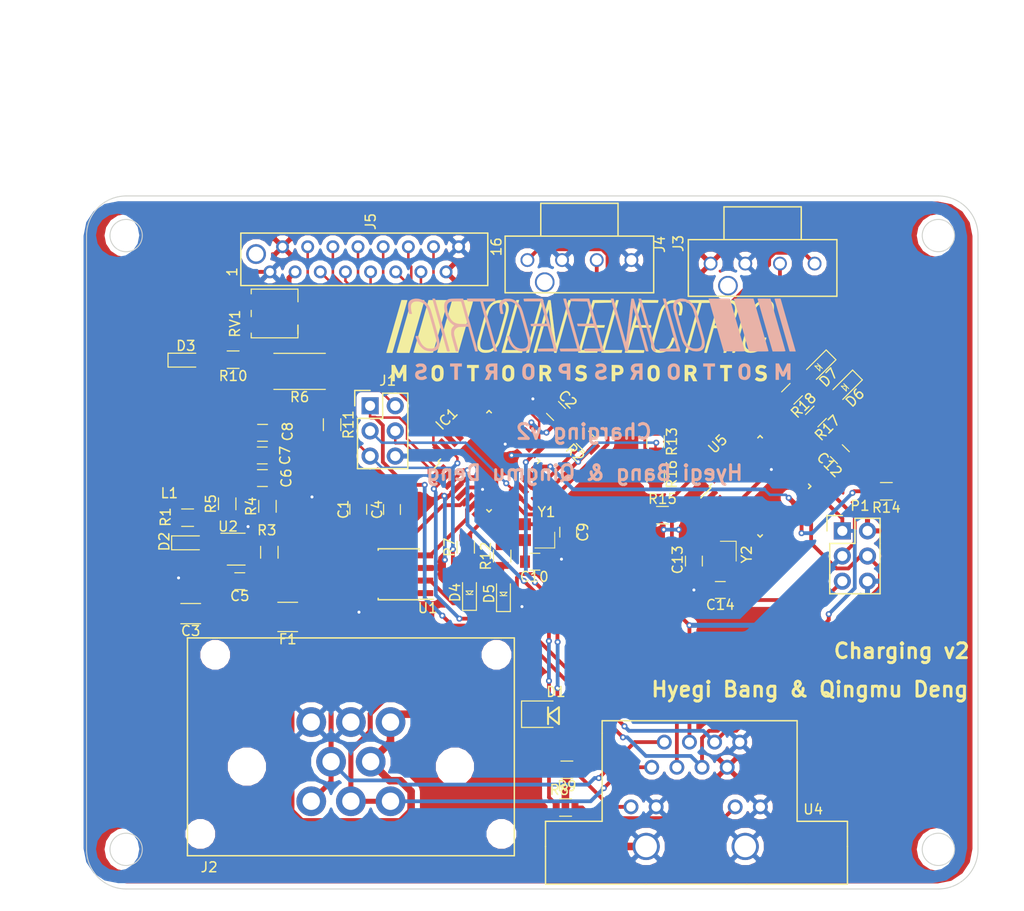
<source format=kicad_pcb>
(kicad_pcb (version 4) (host pcbnew 4.0.7-e2-6376~58~ubuntu16.04.1)
  (layers (0 F.Cu signal) (31 B.Cu signal) (34 B.Paste user) (35 F.Paste user) (36 B.SilkS user) (37 F.SilkS user) (38 B.Mask user) (39 F.Mask user) (44 Edge.Cuts user))
  (net 0 "")
  (net 1 VCC)
  (net 2 GND)
  (net 3 "Net-(C2-Pad1)")
  (net 4 /12V_Fused)
  (net 5 "Net-(C5-Pad1)")
  (net 6 "Net-(C5-Pad2)")
  (net 7 "Net-(C6-Pad1)")
  (net 8 "Net-(C9-Pad1)")
  (net 9 "Net-(C10-Pad1)")
  (net 10 XTAL1)
  (net 11 XTAL2)
  (net 12 +12V)
  (net 13 "Net-(D2-Pad2)")
  (net 14 "Net-(D3-Pad2)")
  (net 15 "Net-(D4-Pad2)")
  (net 16 "Net-(D5-Pad2)")
  (net 17 "Net-(D6-Pad2)")
  (net 18 "Net-(D7-Pad2)")
  (net 19 /MISO)
  (net 20 /MOSI)
  (net 21 "Net-(IC1-Pad3)")
  (net 22 /TXCAN)
  (net 23 /RXCAN)
  (net 24 "Net-(IC1-Pad8)")
  (net 25 "Net-(IC1-Pad9)")
  (net 26 /SCK)
  (net 27 IMD)
  (net 28 AMS)
  (net 29 DATA)
  (net 30 "Net-(IC1-Pad17)")
  (net 31 DB7)
  (net 32 DB6)
  (net 33 DB5)
  (net 34 DB4)
  (net 35 DB3)
  (net 36 DB2)
  (net 37 DB1)
  (net 38 DB0)
  (net 39 E)
  (net 40 R/W)
  (net 41 /RESET)
  (net 42 RS)
  (net 43 CANL)
  (net 44 CANH)
  (net 45 SDA)
  (net 46 SCL)
  (net 47 /_RESET)
  (net 48 "Net-(R3-Pad2)")
  (net 49 "Net-(R4-Pad1)")
  (net 50 EXTLED1)
  (net 51 EXTLED2)
  (net 52 "Net-(R17-Pad2)")
  (net 53 "Net-(R18-Pad2)")
  (net 54 "Net-(J5-Pad3)")
  (module footprints:Logo_Large (layer F.Cu) (at 82.22488 96.2406)
    (fp_text reference G*** hide)
    (fp_text value LOGO hide)
  )
  (module footprints:C_0805_OEM (layer F.Cu) (at 108.462093 107.696 135)
    (fp_text reference C12 (at 0 -1.5 135) (layer F.SilkS))
    (fp_text value C_0.1uF hide)
    (pad 1 smd rect (at -1 0 135) (size 1 1.25) (layers F.Cu F.Paste F.Mask) (net 1 VCC))
    (pad 2 smd rect (at 1 0 135) (size 1 1.25) (layers F.Cu F.Paste F.Mask) (net 2 GND))
  )
  (module Housings_QFP:TQFP-32_7x7mm_Pitch0.8mm (layer F.Cu) (at 100.407453 110.942639 45)
    (fp_text reference U5 (at 0 -6.05 45) (layer F.SilkS))
    (fp_text value ATMEGA328P-AU)
    (pad 1 smd rect (at -4.25 -2.8 45) (size 1.6 0.55) (layers F.Cu F.Paste F.Mask))
    (pad 2 smd rect (at -4.25 -2 45) (size 1.6 0.55) (layers F.Cu F.Paste F.Mask))
    (pad 3 smd rect (at -4.25 -1.2 45) (size 1.6 0.55) (layers F.Cu F.Paste F.Mask) (net 2 GND))
    (pad 4 smd rect (at -4.25 -0.4 45) (size 1.6 0.55) (layers F.Cu F.Paste F.Mask) (net 1 VCC))
    (pad 5 smd rect (at -4.25 0.4 45) (size 1.6 0.55) (layers F.Cu F.Paste F.Mask) (net 2 GND))
    (pad 6 smd rect (at -4.25 1.2 45) (size 1.6 0.55) (layers F.Cu F.Paste F.Mask) (net 1 VCC))
    (pad 7 smd rect (at -4.25 2 45) (size 1.6 0.55) (layers F.Cu F.Paste F.Mask) (net 10 XTAL1))
    (pad 8 smd rect (at -4.25 2.8 45) (size 1.6 0.55) (layers F.Cu F.Paste F.Mask) (net 11 XTAL2))
    (pad 9 smd rect (at -2.8 4.25 135) (size 1.6 0.55) (layers F.Cu F.Paste F.Mask))
    (pad 10 smd rect (at -2 4.25 135) (size 1.6 0.55) (layers F.Cu F.Paste F.Mask))
    (pad 11 smd rect (at -1.2 4.25 135) (size 1.6 0.55) (layers F.Cu F.Paste F.Mask))
    (pad 12 smd rect (at -0.4 4.25 135) (size 1.6 0.55) (layers F.Cu F.Paste F.Mask))
    (pad 13 smd rect (at 0.4 4.25 135) (size 1.6 0.55) (layers F.Cu F.Paste F.Mask))
    (pad 14 smd rect (at 1.2 4.25 135) (size 1.6 0.55) (layers F.Cu F.Paste F.Mask) (net 29 DATA))
    (pad 15 smd rect (at 2 4.25 135) (size 1.6 0.55) (layers F.Cu F.Paste F.Mask) (net 20 /MOSI))
    (pad 16 smd rect (at 2.8 4.25 135) (size 1.6 0.55) (layers F.Cu F.Paste F.Mask) (net 19 /MISO))
    (pad 17 smd rect (at 4.25 2.8 45) (size 1.6 0.55) (layers F.Cu F.Paste F.Mask) (net 26 /SCK))
    (pad 18 smd rect (at 4.25 2 45) (size 1.6 0.55) (layers F.Cu F.Paste F.Mask) (net 1 VCC))
    (pad 19 smd rect (at 4.25 1.2 45) (size 1.6 0.55) (layers F.Cu F.Paste F.Mask))
    (pad 20 smd rect (at 4.25 0.4 45) (size 1.6 0.55) (layers F.Cu F.Paste F.Mask) (net 1 VCC))
    (pad 21 smd rect (at 4.25 -0.4 45) (size 1.6 0.55) (layers F.Cu F.Paste F.Mask) (net 2 GND))
    (pad 22 smd rect (at 4.25 -1.2 45) (size 1.6 0.55) (layers F.Cu F.Paste F.Mask))
    (pad 23 smd rect (at 4.25 -2 45) (size 1.6 0.55) (layers F.Cu F.Paste F.Mask) (net 52 "Net-(R17-Pad2)"))
    (pad 24 smd rect (at 4.25 -2.8 45) (size 1.6 0.55) (layers F.Cu F.Paste F.Mask) (net 53 "Net-(R18-Pad2)"))
    (pad 25 smd rect (at 2.8 -4.25 135) (size 1.6 0.55) (layers F.Cu F.Paste F.Mask))
    (pad 26 smd rect (at 2 -4.25 135) (size 1.6 0.55) (layers F.Cu F.Paste F.Mask))
    (pad 27 smd rect (at 1.2 -4.25 135) (size 1.6 0.55) (layers F.Cu F.Paste F.Mask) (net 45 SDA))
    (pad 28 smd rect (at 0.4 -4.25 135) (size 1.6 0.55) (layers F.Cu F.Paste F.Mask) (net 46 SCL))
    (pad 29 smd rect (at -0.4 -4.25 135) (size 1.6 0.55) (layers F.Cu F.Paste F.Mask) (net 47 /_RESET))
    (pad 30 smd rect (at -1.2 -4.25 135) (size 1.6 0.55) (layers F.Cu F.Paste F.Mask))
    (pad 31 smd rect (at -2 -4.25 135) (size 1.6 0.55) (layers F.Cu F.Paste F.Mask))
    (pad 32 smd rect (at -2.8 -4.25 135) (size 1.6 0.55) (layers F.Cu F.Paste F.Mask))
  )
  (module Capacitors_SMD:C_0805 (layer F.Cu) (at 59.8424 113.268 90)
    (fp_text reference C1 (at 0 -1.5 90) (layer F.SilkS))
    (fp_text value C_0.1uF)
    (pad 1 smd rect (at -1 0 90) (size 1 1.25) (layers F.Cu F.Paste F.Mask) (net 1 VCC))
    (pad 2 smd rect (at 1 0 90) (size 1 1.25) (layers F.Cu F.Paste F.Mask) (net 2 GND))
  )
  (module Capacitors_SMD:C_0805 (layer F.Cu) (at 79.8068 103.3272 135)
    (fp_text reference C2 (at 0 1.652367 315) (layer F.SilkS))
    (fp_text value C_100pF)
    (pad 1 smd rect (at -1 0 135) (size 1 1.25) (layers F.Cu F.Paste F.Mask) (net 3 "Net-(C2-Pad1)"))
    (pad 2 smd rect (at 1 0 135) (size 1 1.25) (layers F.Cu F.Paste F.Mask) (net 2 GND))
  )
  (module Capacitors_SMD:C_1206 (layer F.Cu) (at 42.926 123.7996 180)
    (fp_text reference C3 (at 0 -1.75 180) (layer F.SilkS))
    (fp_text value C_22uF)
    (pad 1 smd rect (at -1.5 0 180) (size 1 1.6) (layers F.Cu F.Paste F.Mask) (net 4 /12V_Fused))
    (pad 2 smd rect (at 1.5 0 180) (size 1 1.6) (layers F.Cu F.Paste F.Mask) (net 2 GND))
  )
  (module Capacitors_SMD:C_0805 (layer F.Cu) (at 63.246 113.284 90)
    (fp_text reference C4 (at 0 -1.5 90) (layer F.SilkS))
    (fp_text value C_0.1uF)
    (pad 1 smd rect (at -1 0 90) (size 1 1.25) (layers F.Cu F.Paste F.Mask) (net 1 VCC))
    (pad 2 smd rect (at 1 0 90) (size 1 1.25) (layers F.Cu F.Paste F.Mask) (net 2 GND))
  )
  (module Capacitors_SMD:C_0805 (layer F.Cu) (at 47.879 120.523 180)
    (fp_text reference C5 (at 0 -1.5 180) (layer F.SilkS))
    (fp_text value C_0.1uF)
    (pad 1 smd rect (at -1 0 180) (size 1 1.25) (layers F.Cu F.Paste F.Mask) (net 5 "Net-(C5-Pad1)"))
    (pad 2 smd rect (at 1 0 180) (size 1 1.25) (layers F.Cu F.Paste F.Mask) (net 6 "Net-(C5-Pad2)"))
  )
  (module footprints:C_0805_OEM (layer F.Cu) (at 50.165 110.109)
    (fp_text reference C6 (at 2.413 0 90) (layer F.SilkS))
    (fp_text value C_0.1uF hide)
    (pad 1 smd rect (at -1 0) (size 1 1.25) (layers F.Cu F.Paste F.Mask) (net 7 "Net-(C6-Pad1)"))
    (pad 2 smd rect (at 1 0) (size 1 1.25) (layers F.Cu F.Paste F.Mask) (net 2 GND))
  )
  (module footprints:C_0805_OEM (layer F.Cu) (at 50.149 107.823)
    (fp_text reference C7 (at 2.302 0 90) (layer F.SilkS))
    (fp_text value C_1uF hide)
    (pad 1 smd rect (at -1 0) (size 1 1.25) (layers F.Cu F.Paste F.Mask) (net 7 "Net-(C6-Pad1)"))
    (pad 2 smd rect (at 1 0) (size 1 1.25) (layers F.Cu F.Paste F.Mask) (net 2 GND))
  )
  (module Capacitors_SMD:C_0805 (layer F.Cu) (at 50.181 105.537)
    (fp_text reference C8 (at 2.524 -0.127 90) (layer F.SilkS))
    (fp_text value C_47uF)
    (pad 1 smd rect (at -1 0) (size 1 1.25) (layers F.Cu F.Paste F.Mask) (net 7 "Net-(C6-Pad1)"))
    (pad 2 smd rect (at 1 0) (size 1 1.25) (layers F.Cu F.Paste F.Mask) (net 2 GND))
  )
  (module Capacitors_SMD:C_0805 (layer F.Cu) (at 81.0387 115.57 270)
    (fp_text reference C9 (at 0 -1.5 270) (layer F.SilkS))
    (fp_text value C_30pF)
    (pad 1 smd rect (at -1 0 270) (size 1 1.25) (layers F.Cu F.Paste F.Mask) (net 8 "Net-(C9-Pad1)"))
    (pad 2 smd rect (at 1 0 270) (size 1 1.25) (layers F.Cu F.Paste F.Mask) (net 2 GND))
  )
  (module Capacitors_SMD:C_0805 (layer F.Cu) (at 77.6732 118.5545)
    (fp_text reference C10 (at -0.0635 1.524) (layer F.SilkS))
    (fp_text value C_30pF)
    (pad 1 smd rect (at -1 0) (size 1 1.25) (layers F.Cu F.Paste F.Mask) (net 9 "Net-(C10-Pad1)"))
    (pad 2 smd rect (at 1 0) (size 1 1.25) (layers F.Cu F.Paste F.Mask) (net 2 GND))
  )
  (module Capacitors_SMD:C_0805 (layer F.Cu) (at 93.726 118.491 270)
    (fp_text reference C13 (at -0.127 1.651 270) (layer F.SilkS))
    (fp_text value C_30pF)
    (pad 1 smd rect (at -1 0 270) (size 1 1.25) (layers F.Cu F.Paste F.Mask) (net 10 XTAL1))
    (pad 2 smd rect (at 1 0 270) (size 1 1.25) (layers F.Cu F.Paste F.Mask) (net 2 GND))
  )
  (module Capacitors_SMD:C_0805 (layer F.Cu) (at 96.393 121.412 180)
    (fp_text reference C14 (at 0 -1.5 180) (layer F.SilkS))
    (fp_text value C_30pF)
    (pad 1 smd rect (at -1 0 180) (size 1 1.25) (layers F.Cu F.Paste F.Mask) (net 11 XTAL2))
    (pad 2 smd rect (at 1 0 180) (size 1 1.25) (layers F.Cu F.Paste F.Mask) (net 2 GND))
  )
  (module footprints:DO-214AA (layer F.Cu) (at 79.502 133.9596)
    (fp_text reference D1 (at 0.3 -2.25) (layer F.SilkS))
    (fp_text value D_Zener_18V hide)
    (pad 2 smd rect (at 2.032 0 180) (size 1.778 2.159) (layers F.Cu F.Paste F.Mask) (net 2 GND))
    (pad 1 smd rect (at -2.032 0 180) (size 1.778 2.159) (layers F.Cu F.Paste F.Mask) (net 12 +12V))
  )
  (module LEDs:LED_0805 (layer F.Cu) (at 42.799 116.6495)
    (fp_text reference D2 (at -2.54 -0.127 90) (layer F.SilkS))
    (fp_text value LED_0805)
    (pad 2 smd rect (at 1.1 0 180) (size 1.2 1.2) (layers F.Cu F.Paste F.Mask) (net 13 "Net-(D2-Pad2)"))
    (pad 1 smd rect (at -1.1 0 180) (size 1.2 1.2) (layers F.Cu F.Paste F.Mask) (net 2 GND))
  )
  (module LEDs:LED_0805 (layer F.Cu) (at 42.4356 98.1964)
    (fp_text reference D3 (at 0 -1.45) (layer F.SilkS))
    (fp_text value LED_0805)
    (pad 2 smd rect (at 1.1 0 180) (size 1.2 1.2) (layers F.Cu F.Paste F.Mask) (net 14 "Net-(D3-Pad2)"))
    (pad 1 smd rect (at -1.1 0 180) (size 1.2 1.2) (layers F.Cu F.Paste F.Mask) (net 2 GND))
  )
  (module footprints:LED_0805_OEM (layer F.Cu) (at 71.0692 121.666 90)
    (fp_text reference D4 (at 0 -1.45 90) (layer F.SilkS))
    (fp_text value LED_0805 hide)
    (pad 2 smd rect (at 1.1 0 270) (size 1.2 1.2) (layers F.Cu F.Paste F.Mask) (net 15 "Net-(D4-Pad2)"))
    (pad 1 smd rect (at -1.1 0 270) (size 1.2 1.2) (layers F.Cu F.Paste F.Mask) (net 2 GND))
  )
  (module footprints:LED_0805_OEM (layer F.Cu) (at 74.4982 121.793 90)
    (fp_text reference D5 (at 0 -1.45 90) (layer F.SilkS))
    (fp_text value LED_0805 hide)
    (pad 2 smd rect (at 1.1 0 270) (size 1.2 1.2) (layers F.Cu F.Paste F.Mask) (net 16 "Net-(D5-Pad2)"))
    (pad 1 smd rect (at -1.1 0 270) (size 1.2 1.2) (layers F.Cu F.Paste F.Mask) (net 2 GND))
  )
  (module footprints:LED_0805_OEM (layer F.Cu) (at 108.966 100.965 225)
    (fp_text reference D6 (at 0 -1.45 225) (layer F.SilkS))
    (fp_text value LED_0805 hide)
    (pad 2 smd rect (at 1.1 0 45) (size 1.2 1.2) (layers F.Cu F.Paste F.Mask) (net 17 "Net-(D6-Pad2)"))
    (pad 1 smd rect (at -1.1 0 45) (size 1.2 1.2) (layers F.Cu F.Paste F.Mask) (net 2 GND))
  )
  (module footprints:LED_0805_OEM (layer F.Cu) (at 106.299 98.933 225)
    (fp_text reference D7 (at 0 -1.45 225) (layer F.SilkS))
    (fp_text value LED_0805 hide)
    (pad 2 smd rect (at 1.1 0 45) (size 1.2 1.2) (layers F.Cu F.Paste F.Mask) (net 18 "Net-(D7-Pad2)"))
    (pad 1 smd rect (at -1.1 0 45) (size 1.2 1.2) (layers F.Cu F.Paste F.Mask) (net 2 GND))
  )
  (module footprints:Fuse_1210 (layer F.Cu) (at 52.71804 124.13488 180)
    (fp_text reference F1 (at 0 -2.25 180) (layer F.SilkS))
    (fp_text value 500mA hide)
    (pad 1 smd rect (at -1.45 0 180) (size 0.9 2.5) (layers F.Cu F.Paste F.Mask) (net 12 +12V))
    (pad 2 smd rect (at 1.45 0 180) (size 0.9 2.5) (layers F.Cu F.Paste F.Mask) (net 4 /12V_Fused))
  )
  (module Housings_QFP:TQFP-32_7x7mm_Pitch0.8mm (layer F.Cu) (at 73.045839 108.408453 45)
    (fp_text reference IC1 (at 0 -6.05 45) (layer F.SilkS))
    (fp_text value ATMEGA16M1)
    (pad 1 smd rect (at -4.25 -2.8 45) (size 1.6 0.55) (layers F.Cu F.Paste F.Mask) (net 19 /MISO))
    (pad 2 smd rect (at -4.25 -2 45) (size 1.6 0.55) (layers F.Cu F.Paste F.Mask) (net 20 /MOSI))
    (pad 3 smd rect (at -4.25 -1.2 45) (size 1.6 0.55) (layers F.Cu F.Paste F.Mask) (net 21 "Net-(IC1-Pad3)"))
    (pad 4 smd rect (at -4.25 -0.4 45) (size 1.6 0.55) (layers F.Cu F.Paste F.Mask) (net 1 VCC))
    (pad 5 smd rect (at -4.25 0.4 45) (size 1.6 0.55) (layers F.Cu F.Paste F.Mask) (net 2 GND))
    (pad 6 smd rect (at -4.25 1.2 45) (size 1.6 0.55) (layers F.Cu F.Paste F.Mask) (net 22 /TXCAN))
    (pad 7 smd rect (at -4.25 2 45) (size 1.6 0.55) (layers F.Cu F.Paste F.Mask) (net 23 /RXCAN))
    (pad 8 smd rect (at -4.25 2.8 45) (size 1.6 0.55) (layers F.Cu F.Paste F.Mask) (net 24 "Net-(IC1-Pad8)"))
    (pad 9 smd rect (at -2.8 4.25 135) (size 1.6 0.55) (layers F.Cu F.Paste F.Mask) (net 25 "Net-(IC1-Pad9)"))
    (pad 10 smd rect (at -2 4.25 135) (size 1.6 0.55) (layers F.Cu F.Paste F.Mask) (net 9 "Net-(C10-Pad1)"))
    (pad 11 smd rect (at -1.2 4.25 135) (size 1.6 0.55) (layers F.Cu F.Paste F.Mask) (net 8 "Net-(C9-Pad1)"))
    (pad 12 smd rect (at -0.4 4.25 135) (size 1.6 0.55) (layers F.Cu F.Paste F.Mask) (net 26 /SCK))
    (pad 13 smd rect (at 0.4 4.25 135) (size 1.6 0.55) (layers F.Cu F.Paste F.Mask))
    (pad 14 smd rect (at 1.2 4.25 135) (size 1.6 0.55) (layers F.Cu F.Paste F.Mask) (net 27 IMD))
    (pad 15 smd rect (at 2 4.25 135) (size 1.6 0.55) (layers F.Cu F.Paste F.Mask) (net 28 AMS))
    (pad 16 smd rect (at 2.8 4.25 135) (size 1.6 0.55) (layers F.Cu F.Paste F.Mask) (net 29 DATA))
    (pad 17 smd rect (at 4.25 2.8 45) (size 1.6 0.55) (layers F.Cu F.Paste F.Mask) (net 30 "Net-(IC1-Pad17)"))
    (pad 18 smd rect (at 4.25 2 45) (size 1.6 0.55) (layers F.Cu F.Paste F.Mask) (net 31 DB7))
    (pad 19 smd rect (at 4.25 1.2 45) (size 1.6 0.55) (layers F.Cu F.Paste F.Mask) (net 3 "Net-(C2-Pad1)"))
    (pad 20 smd rect (at 4.25 0.4 45) (size 1.6 0.55) (layers F.Cu F.Paste F.Mask) (net 2 GND))
    (pad 21 smd rect (at 4.25 -0.4 45) (size 1.6 0.55) (layers F.Cu F.Paste F.Mask))
    (pad 22 smd rect (at 4.25 -1.2 45) (size 1.6 0.55) (layers F.Cu F.Paste F.Mask) (net 32 DB6))
    (pad 23 smd rect (at 4.25 -2 45) (size 1.6 0.55) (layers F.Cu F.Paste F.Mask) (net 33 DB5))
    (pad 24 smd rect (at 4.25 -2.8 45) (size 1.6 0.55) (layers F.Cu F.Paste F.Mask) (net 34 DB4))
    (pad 25 smd rect (at 2.8 -4.25 135) (size 1.6 0.55) (layers F.Cu F.Paste F.Mask) (net 35 DB3))
    (pad 26 smd rect (at 2 -4.25 135) (size 1.6 0.55) (layers F.Cu F.Paste F.Mask) (net 36 DB2))
    (pad 27 smd rect (at 1.2 -4.25 135) (size 1.6 0.55) (layers F.Cu F.Paste F.Mask) (net 37 DB1))
    (pad 28 smd rect (at 0.4 -4.25 135) (size 1.6 0.55) (layers F.Cu F.Paste F.Mask) (net 38 DB0))
    (pad 29 smd rect (at -0.4 -4.25 135) (size 1.6 0.55) (layers F.Cu F.Paste F.Mask) (net 39 E))
    (pad 30 smd rect (at -1.2 -4.25 135) (size 1.6 0.55) (layers F.Cu F.Paste F.Mask) (net 40 R/W))
    (pad 31 smd rect (at -2 -4.25 135) (size 1.6 0.55) (layers F.Cu F.Paste F.Mask) (net 41 /RESET))
    (pad 32 smd rect (at -2.8 -4.25 135) (size 1.6 0.55) (layers F.Cu F.Paste F.Mask) (net 42 RS))
  )
  (module footprints:Pin_Header_Straight_2x03 (layer F.Cu) (at 61.0362 102.8065)
    (fp_text reference J1 (at 1.778 -2.54) (layer F.SilkS))
    (fp_text value CONN_02X03 hide)
    (pad 1 thru_hole rect (at 0 0) (size 1.7272 1.7272) (drill 1.016) (layers *.Cu *.Mask) (net 19 /MISO))
    (pad 2 thru_hole oval (at 2.54 0) (size 1.7272 1.7272) (drill 1.016) (layers *.Cu *.Mask) (net 1 VCC))
    (pad 3 thru_hole oval (at 0 2.54) (size 1.7272 1.7272) (drill 1.016) (layers *.Cu *.Mask) (net 26 /SCK))
    (pad 4 thru_hole oval (at 2.54 2.54) (size 1.7272 1.7272) (drill 1.016) (layers *.Cu *.Mask) (net 20 /MOSI))
    (pad 5 thru_hole oval (at 0 5.08) (size 1.7272 1.7272) (drill 1.016) (layers *.Cu *.Mask) (net 41 /RESET))
    (pad 6 thru_hole oval (at 2.54 5.08) (size 1.7272 1.7272) (drill 1.016) (layers *.Cu *.Mask) (net 2 GND))
  )
  (module footprints:Ampseal_8 (layer F.Cu) (at 48.596 139.2555)
    (fp_text reference J2 (at -3.81 10.16) (layer F.SilkS))
    (fp_text value Ampseal_8)
    (pad "" np_thru_hole circle (at 21 0) (size 2.85 2.85) (drill 2.85) (layers *.Cu *.Mask))
    (pad "" np_thru_hole circle (at 25.7 6.8) (size 2 2) (drill 2) (layers *.Cu *.Mask))
    (pad "" np_thru_hole circle (at -4.7 6.8) (size 2 2) (drill 2) (layers *.Cu *.Mask))
    (pad "" np_thru_hole circle (at 25.2 -11.3) (size 2 2) (drill 2) (layers *.Cu *.Mask))
    (pad "" np_thru_hole circle (at -3.2 -11.3) (size 2 2) (drill 2) (layers *.Cu *.Mask))
    (pad 7 thru_hole circle (at 10.5 3.5) (size 3 3) (drill 1.75) (layers *.Cu *.Mask) (net 43 CANL))
    (pad 8 thru_hole circle (at 14.5 3.5) (size 3 3) (drill 1.75) (layers *.Cu *.Mask) (net 43 CANL))
    (pad 5 thru_hole circle (at 12.5 -0.5) (size 3 3) (drill 1.75) (layers *.Cu *.Mask) (net 12 +12V))
    (pad 3 thru_hole circle (at 14.5 -4.5) (size 3 3) (drill 1.75) (layers *.Cu *.Mask) (net 12 +12V))
    (pad 2 thru_hole circle (at 10.5 -4.5) (size 3 3) (drill 1.75) (layers *.Cu *.Mask) (net 2 GND))
    (pad 6 thru_hole circle (at 6.5 3.5) (size 3 3) (drill 1.75) (layers *.Cu *.Mask) (net 44 CANH))
    (pad 4 thru_hole circle (at 8.5 -0.5) (size 3 3) (drill 1.75) (layers *.Cu *.Mask) (net 44 CANH))
    (pad 1 thru_hole circle (at 6.5 -4.5) (size 3 3) (drill 1.75) (layers *.Cu *.Mask) (net 2 GND))
    (pad "" np_thru_hole circle (at 0 0) (size 2.85 2.85) (drill 2.85) (layers *.Cu *.Mask))
  )
  (module footprints:Ultrafit_4 (layer F.Cu) (at 100.6628 88.4428 270)
    (fp_text reference J3 (at -2.032 8.509 270) (layer F.SilkS))
    (fp_text value Ultrafit_4 hide)
    (pad 2 thru_hole circle (at 0 1.75 270) (size 1.397 1.397) (drill 1.02) (layers *.Cu *.Mask) (net 2 GND))
    (pad 1 thru_hole circle (at 0 5.25 270) (size 1.397 1.397) (drill 1.02) (layers *.Cu *.Mask) (net 1 VCC))
    (pad "" thru_hole circle (at 2.23 3.5 270) (size 1.981 1.981) (drill 1.6) (layers *.Cu *.Mask))
    (pad 3 thru_hole circle (at 0 -1.75 90) (size 1.397 1.397) (drill 1.02) (layers *.Cu *.Mask) (net 45 SDA))
    (pad 4 thru_hole circle (at 0 -5.25 90) (size 1.397 1.397) (drill 1.02) (layers *.Cu *.Mask) (net 46 SCL))
  )
  (module footprints:Ultrafit_4 (layer F.Cu) (at 82.1664 88.0872 270)
    (fp_text reference J4 (at -1.58 -8.1205 270) (layer F.SilkS))
    (fp_text value Ultrafit_4 hide)
    (pad 2 thru_hole circle (at 0 1.75 270) (size 1.397 1.397) (drill 1.02) (layers *.Cu *.Mask) (net 2 GND))
    (pad 1 thru_hole circle (at 0 5.25 270) (size 1.397 1.397) (drill 1.02) (layers *.Cu *.Mask) (net 27 IMD))
    (pad "" thru_hole circle (at 2.23 3.5 270) (size 1.981 1.981) (drill 1.6) (layers *.Cu *.Mask))
    (pad 3 thru_hole circle (at 0 -1.75 90) (size 1.397 1.397) (drill 1.02) (layers *.Cu *.Mask) (net 28 AMS))
    (pad 4 thru_hole circle (at 0 -5.25 90) (size 1.397 1.397) (drill 1.02) (layers *.Cu *.Mask) (net 2 GND))
  )
  (module footprints:micromatch_female_vert_16 (layer F.Cu) (at 56.007 89.281 90)
    (fp_text reference J5 (at 5.08 5.08 90) (layer F.SilkS))
    (fp_text value micromatch_female_TOP_ENTRY_locking_16 hide)
    (fp_text user 16 (at 2.54 17.78 90) (layer F.SilkS))
    (fp_text user 1 (at 0 -8.89 90) (layer F.SilkS))
    (pad 5 thru_hole circle (at 0 0 90) (size 1.3 1.3) (drill 0.8) (layers *.Cu *.Mask) (net 40 R/W))
    (pad 3 thru_hole circle (at 0 -2.54 90) (size 1.3 1.3) (drill 0.8) (layers *.Cu *.Mask) (net 54 "Net-(J5-Pad3)"))
    (pad 1 thru_hole circle (at 0 -5.08 90) (size 1.3 1.3) (drill 0.8) (layers *.Cu *.Mask) (net 2 GND))
    (pad 7 thru_hole circle (at 0 2.54 90) (size 1.3 1.3) (drill 0.8) (layers *.Cu *.Mask) (net 38 DB0))
    (pad 2 thru_hole circle (at 2.54 -3.81 90) (size 1.3 1.3) (drill 0.8) (layers *.Cu *.Mask) (net 1 VCC))
    (pad 4 thru_hole circle (at 2.54 -1.27 90) (size 1.3 1.3) (drill 0.8) (layers *.Cu *.Mask) (net 42 RS))
    (pad 6 thru_hole circle (at 2.54 1.27 90) (size 1.3 1.3) (drill 0.8) (layers *.Cu *.Mask) (net 39 E))
    (pad 8 thru_hole circle (at 2.54 3.81 90) (size 1.3 1.3) (drill 0.8) (layers *.Cu *.Mask) (net 37 DB1))
    (pad 9 thru_hole circle (at 0 5.08 90) (size 1.3 1.3) (drill 0.8) (layers *.Cu *.Mask) (net 36 DB2))
    (pad 10 thru_hole circle (at 2.54 6.35 90) (size 1.3 1.3) (drill 0.8) (layers *.Cu *.Mask) (net 35 DB3))
    (pad 11 thru_hole circle (at 0 7.62 90) (size 1.3 1.3) (drill 0.8) (layers *.Cu *.Mask) (net 34 DB4))
    (pad 12 thru_hole circle (at 2.54 8.89 90) (size 1.3 1.3) (drill 0.8) (layers *.Cu *.Mask) (net 33 DB5))
    (pad 13 thru_hole circle (at 0 10.16 90) (size 1.3 1.3) (drill 0.8) (layers *.Cu *.Mask) (net 32 DB6))
    (pad 14 thru_hole circle (at 2.54 11.43 90) (size 1.3 1.3) (drill 0.8) (layers *.Cu *.Mask) (net 31 DB7))
    (pad 15 thru_hole circle (at 0 12.7 90) (size 1.3 1.3) (drill 0.8) (layers *.Cu *.Mask) (net 1 VCC))
    (pad 16 thru_hole circle (at 2.54 13.97 90) (size 1.3 1.3) (drill 0.8) (layers *.Cu *.Mask) (net 2 GND))
    (pad 17 thru_hole circle (at 1.8 -6.48 90) (size 2 2) (drill 1.5) (layers *.Cu *.Mask))
  )
  (module footprints:4.7uH_Inductor_OEM (layer F.Cu) (at 44.006 106.934)
    (fp_text reference L1 (at -3.239 4.699) (layer F.SilkS))
    (fp_text value L_4.7uH hide)
    (pad 1 smd rect (at -2.35 0) (size 3.3 8.2) (layers F.Cu F.Paste F.Mask) (net 6 "Net-(C5-Pad2)"))
    (pad 2 smd rect (at 2.35 0) (size 3.3 8.2) (layers F.Cu F.Paste F.Mask) (net 7 "Net-(C6-Pad1)"))
  )
  (module footprints:Pin_Header_Straight_2x03 (layer F.Cu) (at 108.712 115.443)
    (fp_text reference P1 (at 1.778 -2.54) (layer F.SilkS))
    (fp_text value CONN_02X03 hide)
    (pad 1 thru_hole rect (at 0 0) (size 1.7272 1.7272) (drill 1.016) (layers *.Cu *.Mask) (net 19 /MISO))
    (pad 2 thru_hole oval (at 2.54 0) (size 1.7272 1.7272) (drill 1.016) (layers *.Cu *.Mask) (net 1 VCC))
    (pad 3 thru_hole oval (at 0 2.54) (size 1.7272 1.7272) (drill 1.016) (layers *.Cu *.Mask) (net 26 /SCK))
    (pad 4 thru_hole oval (at 2.54 2.54) (size 1.7272 1.7272) (drill 1.016) (layers *.Cu *.Mask) (net 20 /MOSI))
    (pad 5 thru_hole oval (at 0 5.08) (size 1.7272 1.7272) (drill 1.016) (layers *.Cu *.Mask) (net 47 /_RESET))
    (pad 6 thru_hole oval (at 2.54 5.08) (size 1.7272 1.7272) (drill 1.016) (layers *.Cu *.Mask) (net 2 GND))
  )
  (module Resistors_SMD:R_0805 (layer F.Cu) (at 42.611 114.1095 180)
    (fp_text reference R1 (at 2.22 0.0635 270) (layer F.SilkS))
    (fp_text value R_1k)
    (pad 1 smd rect (at -0.95 0 180) (size 0.7 1.3) (layers F.Cu F.Paste F.Mask) (net 4 /12V_Fused))
    (pad 2 smd rect (at 0.95 0 180) (size 0.7 1.3) (layers F.Cu F.Paste F.Mask) (net 13 "Net-(D2-Pad2)"))
  )
  (module Resistors_SMD:R_0805 (layer F.Cu) (at 82.894249 106.414649 135)
    (fp_text reference R2 (at 0 -1.65 135) (layer F.SilkS))
    (fp_text value R_100)
    (pad 1 smd rect (at -0.95 0 135) (size 0.7 1.3) (layers F.Cu F.Paste F.Mask) (net 1 VCC))
    (pad 2 smd rect (at 0.95 0 135) (size 0.7 1.3) (layers F.Cu F.Paste F.Mask) (net 3 "Net-(C2-Pad1)"))
  )
  (module Resistors_SMD:R_0805 (layer F.Cu) (at 50.8635 117.602 90)
    (fp_text reference R3 (at 2.2225 -0.254 180) (layer F.SilkS))
    (fp_text value R_10k)
    (pad 1 smd rect (at -0.95 0 90) (size 0.7 1.3) (layers F.Cu F.Paste F.Mask) (net 4 /12V_Fused))
    (pad 2 smd rect (at 0.95 0 90) (size 0.7 1.3) (layers F.Cu F.Paste F.Mask) (net 48 "Net-(R3-Pad2)"))
  )
  (module Resistors_SMD:R_0805 (layer F.Cu) (at 50.673 112.964 90)
    (fp_text reference R4 (at 0 -1.65 90) (layer F.SilkS))
    (fp_text value R_10k)
    (pad 1 smd rect (at -0.95 0 90) (size 0.7 1.3) (layers F.Cu F.Paste F.Mask) (net 49 "Net-(R4-Pad1)"))
    (pad 2 smd rect (at 0.95 0 90) (size 0.7 1.3) (layers F.Cu F.Paste F.Mask) (net 2 GND))
  )
  (module Resistors_SMD:R_0805 (layer F.Cu) (at 46.609 112.71 90)
    (fp_text reference R5 (at 0 -1.65 90) (layer F.SilkS))
    (fp_text value R_55.1k)
    (pad 1 smd rect (at -0.95 0 90) (size 0.7 1.3) (layers F.Cu F.Paste F.Mask) (net 49 "Net-(R4-Pad1)"))
    (pad 2 smd rect (at 0.95 0 90) (size 0.7 1.3) (layers F.Cu F.Paste F.Mask) (net 7 "Net-(C6-Pad1)"))
  )
  (module Resistors_SMD:R_2512 (layer F.Cu) (at 53.91912 99.32924 180)
    (fp_text reference R6 (at 0 -2.6 180) (layer F.SilkS))
    (fp_text value R_0_Jumper)
    (pad 1 smd rect (at -3.1 0 180) (size 1 3.2) (layers F.Cu F.Paste F.Mask) (net 1 VCC))
    (pad 2 smd rect (at 3.1 0 180) (size 1 3.2) (layers F.Cu F.Paste F.Mask) (net 7 "Net-(C6-Pad1)"))
  )
  (module footprints:R_0805_OEM (layer F.Cu) (at 70.6882 117.094 90)
    (fp_text reference R7 (at 0 -1.65 90) (layer F.SilkS))
    (fp_text value R_200 hide)
    (pad 1 smd rect (at -0.95 0 90) (size 0.7 1.3) (layers F.Cu F.Paste F.Mask) (net 15 "Net-(D4-Pad2)"))
    (pad 2 smd rect (at 0.95 0 90) (size 0.7 1.3) (layers F.Cu F.Paste F.Mask) (net 24 "Net-(IC1-Pad8)"))
  )
  (module footprints:R_0805_OEM (layer F.Cu) (at 80.772 143.383 180)
    (fp_text reference R8 (at 0.635 1.778 180) (layer F.SilkS))
    (fp_text value R_200 hide)
    (pad 1 smd rect (at -0.95 0 180) (size 0.7 1.3) (layers F.Cu F.Paste F.Mask) (net 50 EXTLED1))
    (pad 2 smd rect (at 0.95 0 180) (size 0.7 1.3) (layers F.Cu F.Paste F.Mask) (net 21 "Net-(IC1-Pad3)"))
  )
  (module footprints:R_0805_OEM (layer F.Cu) (at 80.899 139.573 180)
    (fp_text reference R9 (at 0 -1.65 180) (layer F.SilkS))
    (fp_text value R_200 hide)
    (pad 1 smd rect (at -0.95 0 180) (size 0.7 1.3) (layers F.Cu F.Paste F.Mask) (net 51 EXTLED2))
    (pad 2 smd rect (at 0.95 0 180) (size 0.7 1.3) (layers F.Cu F.Paste F.Mask) (net 30 "Net-(IC1-Pad17)"))
  )
  (module Resistors_SMD:R_0805 (layer F.Cu) (at 47.2084 98.1456 180)
    (fp_text reference R10 (at 0 -1.65 180) (layer F.SilkS))
    (fp_text value R_200)
    (pad 1 smd rect (at -0.95 0 180) (size 0.7 1.3) (layers F.Cu F.Paste F.Mask) (net 1 VCC))
    (pad 2 smd rect (at 0.95 0 180) (size 0.7 1.3) (layers F.Cu F.Paste F.Mask) (net 14 "Net-(D3-Pad2)"))
  )
  (module Resistors_SMD:R_0805 (layer F.Cu) (at 57.2008 104.714 270)
    (fp_text reference R11 (at 0 -1.65 270) (layer F.SilkS))
    (fp_text value R_10k)
    (pad 1 smd rect (at -0.95 0 270) (size 0.7 1.3) (layers F.Cu F.Paste F.Mask) (net 1 VCC))
    (pad 2 smd rect (at 0.95 0 270) (size 0.7 1.3) (layers F.Cu F.Paste F.Mask) (net 41 /RESET))
  )
  (module footprints:R_0805_OEM (layer F.Cu) (at 74.3712 117.983 90)
    (fp_text reference R12 (at 0 -1.65 90) (layer F.SilkS))
    (fp_text value R_200 hide)
    (pad 1 smd rect (at -0.95 0 90) (size 0.7 1.3) (layers F.Cu F.Paste F.Mask) (net 16 "Net-(D5-Pad2)"))
    (pad 2 smd rect (at 0.95 0 90) (size 0.7 1.3) (layers F.Cu F.Paste F.Mask) (net 25 "Net-(IC1-Pad9)"))
  )
  (module footprints:R_0805_OEM (layer F.Cu) (at 89.8525 106.426 270)
    (fp_text reference R13 (at 0 -1.65 270) (layer F.SilkS))
    (fp_text value R_10k hide)
    (pad 1 smd rect (at -0.95 0 270) (size 0.7 1.3) (layers F.Cu F.Paste F.Mask) (net 45 SDA))
    (pad 2 smd rect (at 0.95 0 270) (size 0.7 1.3) (layers F.Cu F.Paste F.Mask) (net 1 VCC))
  )
  (module footprints:R_0805_OEM (layer F.Cu) (at 113.1545 111.4425 180)
    (fp_text reference R14 (at 0 -1.65 180) (layer F.SilkS))
    (fp_text value R_10k hide)
    (pad 1 smd rect (at -0.95 0 180) (size 0.7 1.3) (layers F.Cu F.Paste F.Mask) (net 1 VCC))
    (pad 2 smd rect (at 0.95 0 180) (size 0.7 1.3) (layers F.Cu F.Paste F.Mask) (net 29 DATA))
  )
  (module footprints:R_0805_OEM (layer F.Cu) (at 90.5535 113.8555)
    (fp_text reference R15 (at 0 -1.65) (layer F.SilkS))
    (fp_text value R_10k hide)
    (pad 1 smd rect (at -0.95 0) (size 0.7 1.3) (layers F.Cu F.Paste F.Mask) (net 1 VCC))
    (pad 2 smd rect (at 0.95 0) (size 0.7 1.3) (layers F.Cu F.Paste F.Mask) (net 47 /_RESET))
  )
  (module footprints:R_0805_OEM (layer F.Cu) (at 89.8652 109.8804 90)
    (fp_text reference R16 (at 0.1524 1.6256 90) (layer F.SilkS))
    (fp_text value R_10k hide)
    (pad 1 smd rect (at -0.95 0 90) (size 0.7 1.3) (layers F.Cu F.Paste F.Mask) (net 46 SCL))
    (pad 2 smd rect (at 0.95 0 90) (size 0.7 1.3) (layers F.Cu F.Paste F.Mask) (net 1 VCC))
  )
  (module footprints:R_0805_OEM (layer F.Cu) (at 106.045 103.886 225)
    (fp_text reference R17 (at 0 -1.65 225) (layer F.SilkS))
    (fp_text value R_200 hide)
    (pad 1 smd rect (at -0.95 0 225) (size 0.7 1.3) (layers F.Cu F.Paste F.Mask) (net 17 "Net-(D6-Pad2)"))
    (pad 2 smd rect (at 0.95 0 225) (size 0.7 1.3) (layers F.Cu F.Paste F.Mask) (net 52 "Net-(R17-Pad2)"))
  )
  (module footprints:R_0805_OEM (layer F.Cu) (at 103.632 101.6 225)
    (fp_text reference R18 (at 0 -1.65 225) (layer F.SilkS))
    (fp_text value R_200 hide)
    (pad 1 smd rect (at -0.95 0 225) (size 0.7 1.3) (layers F.Cu F.Paste F.Mask) (net 18 "Net-(D7-Pad2)"))
    (pad 2 smd rect (at 0.95 0 225) (size 0.7 1.3) (layers F.Cu F.Paste F.Mask) (net 53 "Net-(R18-Pad2)"))
  )
  (module Housings_SOIC:SOIC-8_3.9x4.9mm_Pitch1.27mm (layer F.Cu) (at 63.9267 119.8245 180)
    (fp_text reference U1 (at -2.9261 -3.4163 180) (layer F.SilkS))
    (fp_text value CAN_Transceiver)
    (pad 1 smd rect (at -2.7 -1.905 180) (size 1.55 0.6) (layers F.Cu F.Paste F.Mask) (net 22 /TXCAN))
    (pad 2 smd rect (at -2.7 -0.635 180) (size 1.55 0.6) (layers F.Cu F.Paste F.Mask) (net 2 GND))
    (pad 3 smd rect (at -2.7 0.635 180) (size 1.55 0.6) (layers F.Cu F.Paste F.Mask) (net 1 VCC))
    (pad 4 smd rect (at -2.7 1.905 180) (size 1.55 0.6) (layers F.Cu F.Paste F.Mask) (net 23 /RXCAN))
    (pad 5 smd rect (at 2.7 1.905 180) (size 1.55 0.6) (layers F.Cu F.Paste F.Mask))
    (pad 6 smd rect (at 2.7 0.635 180) (size 1.55 0.6) (layers F.Cu F.Paste F.Mask) (net 43 CANL))
    (pad 7 smd rect (at 2.7 -0.635 180) (size 1.55 0.6) (layers F.Cu F.Paste F.Mask) (net 44 CANH))
    (pad 8 smd rect (at 2.7 -1.905 180) (size 1.55 0.6) (layers F.Cu F.Paste F.Mask) (net 2 GND))
  )
  (module TO_SOT_Packages_SMD:SOT-23-6 (layer F.Cu) (at 47.5185 117.287)
    (fp_text reference U2 (at -0.8255 -2.286) (layer F.SilkS))
    (fp_text value TPS561201)
    (pad 1 smd rect (at -1.1 -0.95) (size 1.06 0.65) (layers F.Cu F.Paste F.Mask) (net 2 GND))
    (pad 2 smd rect (at -1.1 0) (size 1.06 0.65) (layers F.Cu F.Paste F.Mask) (net 6 "Net-(C5-Pad2)"))
    (pad 3 smd rect (at -1.1 0.95) (size 1.06 0.65) (layers F.Cu F.Paste F.Mask) (net 4 /12V_Fused))
    (pad 4 smd rect (at 1.1 0.95) (size 1.06 0.65) (layers F.Cu F.Paste F.Mask) (net 49 "Net-(R4-Pad1)"))
    (pad 6 smd rect (at 1.1 -0.95) (size 1.06 0.65) (layers F.Cu F.Paste F.Mask) (net 5 "Net-(C5-Pad1)"))
    (pad 5 smd rect (at 1.1 0) (size 1.06 0.65) (layers F.Cu F.Paste F.Mask) (net 48 "Net-(R3-Pad2)"))
  )
  (module footprints:RJ45-RightAngle (layer F.Cu) (at 88.906 147.319)
    (fp_text reference U4 (at 16.86468 -3.74296) (layer F.SilkS))
    (fp_text value RJ45_RA)
    (pad 12 thru_hole circle (at -1.53 -4) (size 1.5 1.5) (drill 0.95) (layers *.Cu *.Mask) (net 51 EXTLED2))
    (pad 11 thru_hole circle (at 1.01 -4) (size 1.5 1.5) (drill 0.95) (layers *.Cu *.Mask) (net 2 GND))
    (pad 9 thru_hole circle (at 11.53 -4) (size 1.5 1.5) (drill 0.95) (layers *.Cu *.Mask) (net 2 GND))
    (pad 10 thru_hole circle (at 8.99 -4) (size 1.5 1.5) (drill 0.95) (layers *.Cu *.Mask) (net 50 EXTLED1))
    (pad 1 thru_hole circle (at 0.56 -8) (size 1.5 1.5) (drill 0.95) (layers *.Cu *.Mask) (net 43 CANL))
    (pad 3 thru_hole circle (at 3.1 -8) (size 1.5 1.5) (drill 0.95) (layers *.Cu *.Mask) (net 41 /RESET))
    (pad 5 thru_hole circle (at 5.64 -8) (size 1.5 1.5) (drill 0.95) (layers *.Cu *.Mask) (net 19 /MISO))
    (pad 7 thru_hole circle (at 8.18 -8) (size 1.5 1.5) (drill 0.95) (layers *.Cu *.Mask) (net 1 VCC))
    (pad 2 thru_hole circle (at 1.83 -10.54) (size 1.5 1.5) (drill 0.95) (layers *.Cu *.Mask) (net 44 CANH))
    (pad 4 thru_hole circle (at 4.37 -10.54) (size 1.5 1.5) (drill 0.95) (layers *.Cu *.Mask) (net 26 /SCK))
    (pad 6 thru_hole circle (at 6.91 -10.54) (size 1.5 1.5) (drill 0.95) (layers *.Cu *.Mask) (net 20 /MOSI))
    (pad 8 thru_hole circle (at 9.45 -10.54) (size 1.5 1.5) (drill 0.95) (layers *.Cu *.Mask) (net 2 GND))
    (pad 13 thru_hole circle (at 0 0) (size 2.75 2.75) (drill 2.18) (layers *.Cu *.Mask) (net 2 GND))
    (pad 14 thru_hole circle (at 10 0) (size 2.75 2.75) (drill 2.18) (layers *.Cu *.Mask) (net 2 GND))
  )
  (module footprints:Crystal_SMD_FA238 (layer F.Cu) (at 77.6732 115.57 180)
    (fp_text reference Y1 (at -1.1684 2.032 180) (layer F.SilkS))
    (fp_text value Crystal_SMD hide)
    (pad 1 smd rect (at -1.1 0.8 180) (size 1.4 1.2) (layers F.Cu F.Mask) (net 8 "Net-(C9-Pad1)"))
    (pad 2 smd rect (at 1.1 0.8 180) (size 1.4 1.2) (layers F.Cu F.Mask) (net 2 GND))
    (pad 3 smd rect (at 1.1 -0.8 180) (size 1.4 1.2) (layers F.Cu F.Mask) (net 9 "Net-(C10-Pad1)"))
    (pad 4 smd rect (at -1.1 -0.8 180) (size 1.4 1.2) (layers F.Cu F.Mask) (net 2 GND))
  )
  (module footprints:Crystal_SMD_FA238 (layer F.Cu) (at 96.393 118.491 270)
    (fp_text reference Y2 (at -0.67564 -2.66192 270) (layer F.SilkS))
    (fp_text value Crystal_SMD hide)
    (pad 1 smd rect (at -1.1 0.8 270) (size 1.4 1.2) (layers F.Cu F.Mask) (net 10 XTAL1))
    (pad 2 smd rect (at 1.1 0.8 270) (size 1.4 1.2) (layers F.Cu F.Mask) (net 2 GND))
    (pad 3 smd rect (at 1.1 -0.8 270) (size 1.4 1.2) (layers F.Cu F.Mask) (net 11 XTAL2))
    (pad 4 smd rect (at -1.1 -0.8 270) (size 1.4 1.2) (layers F.Cu F.Mask) (net 2 GND))
  )
  (module footprints:Potentiometer_Trimmer_Bourns_TCC3 (layer F.Cu) (at 51.39436 93.48216 180)
    (fp_text reference RV1 (at 3.99796 -1.03124 270) (layer F.SilkS))
    (fp_text value POT_TRIM)
    (pad 3 smd rect (at 2 -1 180) (size 1.2 1.2) (layers F.Cu F.Mask) (net 1 VCC))
    (pad 2 smd rect (at -1.45 0 180) (size 1.5 1.6) (layers F.Cu F.Mask) (net 54 "Net-(J5-Pad3)"))
    (pad 1 smd rect (at 2 1 180) (size 1.2 1.2) (layers F.Cu F.Mask) (net 2 GND))
  )
  (module footprints:Logo_Large (layer B.Cu) (at 84.44992 96.09328 180)
    (fp_text reference G*** hide)
    (fp_text value LOGO hide)
  )
  (gr_text "Hyegi Bang & Qingmu Deng\n" (at 82.677 109.58068) (layer B.SilkS) (effects (font (size 1.5 1.5) (thickness 0.3)) (justify mirror)))
  (gr_text "Charging v2" (at 82.61096 105.42524) (layer B.SilkS) (effects (font (size 1.5 1.5) (thickness 0.3)) (justify mirror)))
  (gr_text "Hyegi Bang & Qingmu Deng\n" (at 105.43032 131.45008) (layer F.SilkS) (effects (font (size 1.5 1.5) (thickness 0.3))))
  (gr_text "Charging v2" (at 114.69624 127.56896) (layer F.SilkS) (effects (font (size 1.5 1.5) (thickness 0.3))))
  (gr_line (start 122.40831 85.612586) (end 122.40831 147.612586) (layer Edge.Cuts) (width 0.1))
  (gr_line (start 32.40831 85.612586) (end 32.40831 147.612586) (layer Edge.Cuts) (width 0.1))
  (gr_circle (center 118.40831 147.612586) (end 118.40831 145.980636) (layer Edge.Cuts) (width 0.1))
  (gr_circle (center 118.40831 85.612586) (end 118.40831 83.980636) (layer Edge.Cuts) (width 0.1))
  (gr_arc (start 118.40831 147.612586) (end 118.40831 151.612586) (angle -90) (layer Edge.Cuts) (width 0.1))
  (gr_arc (start 118.40831 85.612586) (end 122.40831 85.612586) (angle -90) (layer Edge.Cuts) (width 0.1))
  (gr_line (start 36.40831 81.612586) (end 118.40831 81.612586) (layer Edge.Cuts) (width 0.1))
  (gr_circle (center 36.40831 85.612586) (end 36.40831 83.980636) (layer Edge.Cuts) (width 0.1))
  (gr_circle (center 36.40831 147.612586) (end 36.40831 145.980636) (layer Edge.Cuts) (width 0.1))
  (gr_arc (start 36.40831 85.612586) (end 36.40831 81.612586) (angle -90) (layer Edge.Cuts) (width 0.1))
  (gr_line (start 36.40831 151.612586) (end 118.40831 151.612586) (layer Edge.Cuts) (width 0.1))
  (gr_arc (start 36.40831 147.612586) (end 32.40831 147.612586) (angle -90) (layer Edge.Cuts) (width 0.1))
  (segment (start 56.9988 98.1964) (end 58.9661 98.1964) (width 0.25) (layer F.Cu) (net 1))
  (segment (start 58.9661 98.1964) (end 63.5762 102.8065) (width 0.25) (layer F.Cu) (net 1))
  (segment (start 89.92616 106.53268) (end 83.96732 106.53268) (width 0.254) (layer B.Cu) (net 1))
  (segment (start 83.96732 106.53268) (end 82.042 108.458) (width 0.254) (layer B.Cu) (net 1))
  (segment (start 89.8525 107.376) (end 89.8525 106.60634) (width 0.254) (layer F.Cu) (net 1))
  (segment (start 89.8525 106.60634) (end 89.92616 106.53268) (width 0.254) (layer F.Cu) (net 1))
  (via (at 89.92616 106.53268) (size 0.6096) (drill 0.3048) (layers F.Cu B.Cu) (net 1))
  (segment (start 68.58 112.229187) (end 68.58 111.956778) (width 0.254) (layer B.Cu) (net 1))
  (segment (start 68.58 111.956778) (end 68.529196 111.905974) (width 0.254) (layer B.Cu) (net 1))
  (via (at 68.529196 111.905974) (size 0.6096) (drill 0.3048) (layers F.Cu B.Cu) (net 1))
  (segment (start 104.82687 109.351649) (end 101.976559 112.20196) (width 0.254) (layer F.Cu) (net 1))
  (segment (start 101.976559 112.20196) (end 100.845188 112.20196) (width 0.254) (layer F.Cu) (net 1))
  (segment (start 100.845188 112.20196) (end 98.887172 114.159976) (width 0.254) (layer F.Cu) (net 1))
  (segment (start 98.887172 114.159976) (end 98.250777 114.796371) (width 0.254) (layer F.Cu) (net 1))
  (segment (start 75.320501 107.813499) (end 73.117099 110.016901) (width 0.381) (layer F.Cu) (net 1))
  (segment (start 73.117099 110.016901) (end 70.871705 110.016901) (width 0.381) (layer F.Cu) (net 1))
  (segment (start 70.871705 110.016901) (end 70.394187 110.494419) (width 0.381) (layer F.Cu) (net 1))
  (segment (start 70.394187 110.494419) (end 69.757792 111.130814) (width 0.381) (layer F.Cu) (net 1))
  (via (at 75.320501 107.813499) (size 0.6096) (drill 0.3048) (layers F.Cu B.Cu) (net 1))
  (segment (start 82.042 108.458) (end 81.397499 107.813499) (width 0.381) (layer B.Cu) (net 1))
  (segment (start 81.397499 107.813499) (end 75.320501 107.813499) (width 0.381) (layer B.Cu) (net 1))
  (segment (start 83.566 107.0864) (end 83.4136 107.0864) (width 0.381) (layer F.Cu) (net 1))
  (segment (start 83.4136 107.0864) (end 82.042 108.458) (width 0.381) (layer F.Cu) (net 1))
  (via (at 82.042 108.458) (size 0.6096) (drill 0.3048) (layers F.Cu B.Cu) (net 1))
  (segment (start 68.657337 112.15185) (end 68.636505 112.252101) (width 0.381) (layer F.Cu) (net 1))
  (segment (start 68.58 112.229187) (end 68.657337 112.15185) (width 0.381) (layer B.Cu) (net 1))
  (segment (start 68.58 118.364) (end 68.58 112.229187) (width 0.381) (layer B.Cu) (net 1))
  (segment (start 66.6267 119.1895) (end 67.7545 119.1895) (width 0.381) (layer F.Cu) (net 1))
  (segment (start 67.7545 119.1895) (end 68.58 118.364) (width 0.381) (layer F.Cu) (net 1))
  (via (at 68.58 118.364) (size 0.6096) (drill 0.3048) (layers F.Cu B.Cu) (net 1))
  (segment (start 57.2008 103.764) (end 56.9008 103.764) (width 0.381) (layer F.Cu) (net 1))
  (segment (start 69.121397 111.767209) (end 69.757792 111.130814) (width 0.381) (layer F.Cu) (net 1))
  (segment (start 68.636505 112.252101) (end 69.121397 111.767209) (width 0.381) (layer F.Cu) (net 1))
  (segment (start 56.9988 103.562) (end 57.2008 103.764) (width 0.381) (layer F.Cu) (net 1))
  (segment (start 68.529196 111.905974) (end 68.982632 111.905974) (width 0.381) (layer F.Cu) (net 1))
  (segment (start 68.982632 111.905974) (end 69.121397 111.767209) (width 0.381) (layer F.Cu) (net 1))
  (segment (start 90.678 115.316) (end 90.678 114.93) (width 0.381) (layer F.Cu) (net 1))
  (segment (start 90.678 114.93) (end 89.6035 113.8555) (width 0.381) (layer F.Cu) (net 1))
  (segment (start 92.202 115.316) (end 90.678 115.316) (width 0.381) (layer B.Cu) (net 1))
  (via (at 90.678 115.316) (size 0.6096) (drill 0.3048) (layers F.Cu B.Cu) (net 1))
  (segment (start 96.483011 114.712243) (end 92.805757 114.712243) (width 0.381) (layer F.Cu) (net 1))
  (segment (start 92.805757 114.712243) (end 92.202 115.316) (width 0.381) (layer F.Cu) (net 1))
  (via (at 92.202 115.316) (size 0.6096) (drill 0.3048) (layers F.Cu B.Cu) (net 1))
  (segment (start 98.250777 114.796371) (end 97.665812 115.381336) (width 0.381) (layer F.Cu) (net 1))
  (segment (start 97.665812 115.381336) (end 97.152104 115.381336) (width 0.381) (layer F.Cu) (net 1))
  (segment (start 97.152104 115.381336) (end 96.483011 114.712243) (width 0.381) (layer F.Cu) (net 1))
  (segment (start 96.483011 114.712243) (end 96.483011 114.301395) (width 0.381) (layer F.Cu) (net 1))
  (segment (start 96.483011 114.301395) (end 97.119406 113.665) (width 0.381) (layer F.Cu) (net 1))
  (segment (start 103.6955 108.220278) (end 103.059105 108.856673) (width 0.381) (layer F.Cu) (net 1))
  (segment (start 103.059105 108.856673) (end 103.059105 109.267521) (width 0.381) (layer F.Cu) (net 1))
  (segment (start 103.059105 109.267521) (end 103.779628 109.988044) (width 0.381) (layer F.Cu) (net 1))
  (segment (start 103.779628 109.988044) (end 104.190475 109.988044) (width 0.381) (layer F.Cu) (net 1))
  (segment (start 104.190475 109.988044) (end 104.82687 109.351649) (width 0.381) (layer F.Cu) (net 1))
  (segment (start 89.8525 107.376) (end 89.8525 108.9177) (width 0.381) (layer F.Cu) (net 1))
  (segment (start 89.8525 108.9177) (end 89.8652 108.9304) (width 0.381) (layer F.Cu) (net 1))
  (segment (start 48.1584 98.1456) (end 48.1584 97.8456) (width 0.381) (layer F.Cu) (net 1))
  (segment (start 49.39436 92.48216) (end 49.39436 90.81364) (width 0.508) (layer F.Cu) (net 2))
  (segment (start 49.39436 90.81364) (end 50.927 89.281) (width 0.508) (layer F.Cu) (net 2))
  (segment (start 101.914926 108.86948) (end 102.493419 108.290987) (width 0.381) (layer F.Cu) (net 2))
  (segment (start 98.834978 111.949428) (end 101.914926 108.86948) (width 0.381) (layer F.Cu) (net 2))
  (segment (start 101.914926 108.86948) (end 101.54412 109.240286) (width 0.254) (layer F.Cu) (net 2))
  (via (at 101.54412 109.240286) (size 0.6096) (drill 0.3048) (layers F.Cu B.Cu) (net 2))
  (segment (start 95.593 119.591) (end 95.593 121.212) (width 0.254) (layer F.Cu) (net 2))
  (segment (start 95.593 121.212) (end 95.393 121.412) (width 0.254) (layer F.Cu) (net 2))
  (segment (start 61.2267 121.7295) (end 59.91352 123.04268) (width 0.508) (layer F.Cu) (net 2))
  (segment (start 59.91352 123.04268) (end 59.91352 123.65228) (width 0.508) (layer F.Cu) (net 2))
  (via (at 59.91352 123.65228) (size 0.6096) (drill 0.3048) (layers F.Cu B.Cu) (net 2))
  (segment (start 74.4982 122.893) (end 76.16716 122.893) (width 0.254) (layer F.Cu) (net 2))
  (segment (start 76.16716 122.893) (end 76.36764 123.09348) (width 0.254) (layer F.Cu) (net 2))
  (via (at 76.36764 123.09348) (size 0.6096) (drill 0.3048) (layers F.Cu B.Cu) (net 2))
  (segment (start 71.0692 122.766) (end 74.3712 122.766) (width 0.254) (layer F.Cu) (net 2))
  (segment (start 74.3712 122.766) (end 74.4982 122.893) (width 0.254) (layer F.Cu) (net 2))
  (segment (start 80.35544 118.29796) (end 78.92974 118.29796) (width 0.254) (layer F.Cu) (net 2))
  (segment (start 78.92974 118.29796) (end 78.6732 118.5545) (width 0.254) (layer F.Cu) (net 2))
  (segment (start 81.0387 116.57) (end 81.0387 117.6147) (width 0.254) (layer F.Cu) (net 2))
  (segment (start 81.0387 117.6147) (end 80.35544 118.29796) (width 0.254) (layer F.Cu) (net 2))
  (via (at 80.35544 118.29796) (size 0.6096) (drill 0.3048) (layers F.Cu B.Cu) (net 2))
  (segment (start 103.129814 107.654592) (end 103.795513 106.988893) (width 0.25) (layer F.Cu) (net 2))
  (segment (start 103.795513 106.988893) (end 107.754986 106.988893) (width 0.25) (layer F.Cu) (net 2))
  (segment (start 109.743817 100.187183) (end 109.743817 105.000062) (width 0.25) (layer F.Cu) (net 2))
  (segment (start 109.743817 105.000062) (end 107.754986 106.988893) (width 0.25) (layer F.Cu) (net 2))
  (segment (start 109.743817 100.187183) (end 107.711817 98.155183) (width 0.25) (layer F.Cu) (net 2))
  (segment (start 107.711817 98.155183) (end 107.076817 98.155183) (width 0.25) (layer F.Cu) (net 2))
  (segment (start 79.099693 102.620093) (end 77.982093 102.620093) (width 0.381) (layer F.Cu) (net 2))
  (segment (start 77.982093 102.620093) (end 77.47 102.108) (width 0.381) (layer F.Cu) (net 2))
  (via (at 77.47 102.108) (size 0.6096) (drill 0.3048) (layers F.Cu B.Cu) (net 2))
  (segment (start 70.323478 111.6965) (end 70.959873 111.060105) (width 0.381) (layer F.Cu) (net 2))
  (via (at 72.39 111.252) (size 0.6096) (drill 0.3048) (layers F.Cu B.Cu) (net 2))
  (segment (start 70.959873 111.060105) (end 72.198105 111.060105) (width 0.381) (layer F.Cu) (net 2))
  (segment (start 72.198105 111.060105) (end 72.39 111.252) (width 0.381) (layer F.Cu) (net 2))
  (segment (start 76.333886 105.686092) (end 75.339978 106.68) (width 0.381) (layer F.Cu) (net 2))
  (segment (start 75.339978 106.68) (end 74.676 106.68) (width 0.381) (layer F.Cu) (net 2))
  (via (at 74.676 106.68) (size 0.6096) (drill 0.3048) (layers F.Cu B.Cu) (net 2))
  (segment (start 63.246 112.284) (end 59.8584 112.284) (width 0.381) (layer F.Cu) (net 2))
  (segment (start 59.8584 112.284) (end 59.8424 112.268) (width 0.381) (layer F.Cu) (net 2))
  (segment (start 41.3356 98.1964) (end 41.3356 97.2154) (width 0.381) (layer F.Cu) (net 2))
  (segment (start 49.27 89.281) (end 50.007762 89.281) (width 0.381) (layer F.Cu) (net 2))
  (segment (start 41.3356 97.2154) (end 49.27 89.281) (width 0.381) (layer F.Cu) (net 2))
  (segment (start 50.007762 89.281) (end 50.927 89.281) (width 0.381) (layer F.Cu) (net 2))
  (segment (start 41.699 120.1928) (end 41.699 122.8422) (width 0.381) (layer F.Cu) (net 2))
  (segment (start 41.699 116.6495) (end 41.699 120.1928) (width 0.381) (layer F.Cu) (net 2))
  (via (at 41.699 120.1928) (size 0.6096) (drill 0.3048) (layers F.Cu B.Cu) (net 2))
  (segment (start 41.699 122.8422) (end 41.426 123.1152) (width 0.381) (layer F.Cu) (net 2))
  (segment (start 41.426 123.1152) (end 41.426 123.7996) (width 0.381) (layer F.Cu) (net 2))
  (segment (start 46.4185 116.337) (end 47.7443 115.0112) (width 0.381) (layer F.Cu) (net 2))
  (segment (start 47.7443 115.0112) (end 48.7172 115.0112) (width 0.381) (layer F.Cu) (net 2))
  (via (at 48.7172 115.0112) (size 0.6096) (drill 0.3048) (layers F.Cu B.Cu) (net 2))
  (segment (start 55.1688 112.014) (end 59.5884 112.014) (width 0.381) (layer F.Cu) (net 2))
  (segment (start 50.673 112.014) (end 55.1688 112.014) (width 0.381) (layer F.Cu) (net 2))
  (via (at 55.1688 112.014) (size 0.6096) (drill 0.3048) (layers F.Cu B.Cu) (net 2))
  (segment (start 59.5884 112.014) (end 59.8424 112.268) (width 0.381) (layer F.Cu) (net 2))
  (segment (start 50.673 112.014) (end 50.673 110.601) (width 0.381) (layer F.Cu) (net 2))
  (segment (start 50.673 110.601) (end 51.165 110.109) (width 0.381) (layer F.Cu) (net 2))
  (segment (start 51.165 110.109) (end 51.165 107.839) (width 0.381) (layer F.Cu) (net 2))
  (segment (start 51.165 107.839) (end 51.149 107.823) (width 0.381) (layer F.Cu) (net 2))
  (segment (start 51.181 105.537) (end 51.181 107.791) (width 0.381) (layer F.Cu) (net 2))
  (segment (start 51.181 107.791) (end 51.149 107.823) (width 0.381) (layer F.Cu) (net 2))
  (segment (start 66.6267 120.4595) (end 67.1017 120.4595) (width 0.381) (layer F.Cu) (net 2))
  (segment (start 67.1017 120.4595) (end 69.4082 122.766) (width 0.381) (layer F.Cu) (net 2))
  (segment (start 69.4082 122.766) (end 70.0882 122.766) (width 0.381) (layer F.Cu) (net 2))
  (segment (start 70.0882 122.766) (end 71.0692 122.766) (width 0.381) (layer F.Cu) (net 2))
  (segment (start 81.534 133.9596) (end 81.534 137.8042) (width 0.762) (layer F.Cu) (net 2))
  (segment (start 81.534 137.8042) (end 80.880001 138.458199) (width 0.762) (layer F.Cu) (net 2))
  (segment (start 80.880001 138.458199) (end 80.880001 141.319199) (width 0.762) (layer F.Cu) (net 2))
  (segment (start 83.612198 147.319) (end 86.961457 147.319) (width 0.762) (layer F.Cu) (net 2))
  (segment (start 80.880001 141.319199) (end 80.753001 141.446199) (width 0.762) (layer F.Cu) (net 2))
  (segment (start 80.753001 141.446199) (end 80.753001 144.459803) (width 0.762) (layer F.Cu) (net 2))
  (segment (start 80.753001 144.459803) (end 83.612198 147.319) (width 0.762) (layer F.Cu) (net 2))
  (segment (start 86.961457 147.319) (end 88.906 147.319) (width 0.762) (layer F.Cu) (net 2))
  (segment (start 95.393 121.412) (end 93.726 121.412) (width 0.381) (layer F.Cu) (net 2))
  (segment (start 93.726 119.491) (end 93.726 121.412) (width 0.381) (layer F.Cu) (net 2))
  (via (at 93.726 121.412) (size 0.6096) (drill 0.3048) (layers F.Cu B.Cu) (net 2))
  (segment (start 96.553721 113.099315) (end 97.190116 112.46292) (width 0.381) (layer F.Cu) (net 2))
  (segment (start 97.190116 112.46292) (end 98.321486 112.46292) (width 0.381) (layer F.Cu) (net 2))
  (segment (start 98.321486 112.46292) (end 98.834978 111.949428) (width 0.381) (layer F.Cu) (net 2))
  (segment (start 97.685092 114.230686) (end 98.834978 113.0808) (width 0.381) (layer F.Cu) (net 2))
  (segment (start 98.834978 113.0808) (end 98.834978 111.949428) (width 0.381) (layer F.Cu) (net 2))
  (segment (start 102.493419 108.290987) (end 103.129814 107.654592) (width 0.381) (layer F.Cu) (net 2))
  (segment (start 93.726 119.491) (end 93.726 119.745) (width 0.381) (layer F.Cu) (net 2))
  (segment (start 97.193 117.391) (end 97.193 118.472) (width 0.381) (layer F.Cu) (net 2))
  (segment (start 97.193 118.472) (end 97.164501 118.500499) (width 0.381) (layer F.Cu) (net 2))
  (segment (start 97.164501 118.500499) (end 95.602501 118.500499) (width 0.381) (layer F.Cu) (net 2))
  (segment (start 95.602501 118.500499) (end 95.593 118.51) (width 0.381) (layer F.Cu) (net 2))
  (segment (start 95.593 118.51) (end 95.593 119.591) (width 0.381) (layer F.Cu) (net 2))
  (segment (start 78.7732 116.37) (end 78.7732 118.4545) (width 0.381) (layer F.Cu) (net 2))
  (segment (start 78.7732 118.4545) (end 78.6732 118.5545) (width 0.381) (layer F.Cu) (net 2))
  (segment (start 78.7732 116.37) (end 80.8387 116.37) (width 0.381) (layer F.Cu) (net 2))
  (segment (start 80.8387 116.37) (end 81.0387 116.57) (width 0.381) (layer F.Cu) (net 2))
  (segment (start 76.5732 114.77) (end 77.6542 114.77) (width 0.381) (layer F.Cu) (net 2))
  (segment (start 77.6542 114.77) (end 77.663701 114.779501) (width 0.381) (layer F.Cu) (net 2))
  (segment (start 77.663701 114.779501) (end 77.663701 116.341501) (width 0.381) (layer F.Cu) (net 2))
  (segment (start 77.663701 116.341501) (end 77.6922 116.37) (width 0.381) (layer F.Cu) (net 2))
  (segment (start 77.6922 116.37) (end 78.7732 116.37) (width 0.381) (layer F.Cu) (net 2))
  (segment (start 82.222498 105.742898) (end 80.513907 104.034307) (width 0.381) (layer F.Cu) (net 3))
  (segment (start 80.513907 104.034307) (end 80.920307 104.034307) (width 0.381) (layer F.Cu) (net 3))
  (segment (start 77.318882 104.494318) (end 77.318882 104.98745) (width 0.381) (layer F.Cu) (net 3))
  (segment (start 77.318882 104.98745) (end 77.535966 105.204534) (width 0.381) (layer F.Cu) (net 3))
  (segment (start 77.535966 105.204534) (end 77.535966 105.615382) (width 0.381) (layer F.Cu) (net 3))
  (segment (start 77.535966 105.615382) (end 76.899571 106.251777) (width 0.381) (layer F.Cu) (net 3))
  (segment (start 78.8416 105.5116) (end 78.336164 105.5116) (width 0.381) (layer B.Cu) (net 3))
  (segment (start 78.336164 105.5116) (end 77.318882 104.494318) (width 0.381) (layer B.Cu) (net 3))
  (via (at 77.318882 104.494318) (size 0.6096) (drill 0.3048) (layers F.Cu B.Cu) (net 3))
  (segment (start 80.513907 104.034307) (end 80.318893 104.034307) (width 0.381) (layer F.Cu) (net 3))
  (segment (start 80.318893 104.034307) (end 78.8416 105.5116) (width 0.381) (layer F.Cu) (net 3))
  (via (at 78.8416 105.5116) (size 0.6096) (drill 0.3048) (layers F.Cu B.Cu) (net 3))
  (segment (start 50.8635 118.552) (end 50.8635 123.73034) (width 0.762) (layer F.Cu) (net 4))
  (segment (start 50.8635 123.73034) (end 51.26804 124.13488) (width 0.762) (layer F.Cu) (net 4))
  (segment (start 51.26804 124.13488) (end 44.76128 124.13488) (width 0.762) (layer F.Cu) (net 4))
  (segment (start 44.76128 124.13488) (end 44.426 123.7996) (width 0.762) (layer F.Cu) (net 4))
  (segment (start 46.4185 118.237) (end 44.8183 119.8372) (width 0.762) (layer F.Cu) (net 4))
  (segment (start 44.8183 119.8372) (end 44.426 120.2295) (width 0.762) (layer F.Cu) (net 4))
  (segment (start 43.561 114.1095) (end 43.561 114.4095) (width 0.254) (layer F.Cu) (net 4))
  (segment (start 43.561 114.4095) (end 44.826001 115.674501) (width 0.254) (layer F.Cu) (net 4))
  (segment (start 44.826001 115.674501) (end 44.826001 119.829499) (width 0.254) (layer F.Cu) (net 4))
  (segment (start 44.826001 119.829499) (end 44.8183 119.8372) (width 0.254) (layer F.Cu) (net 4))
  (segment (start 44.426 120.2295) (end 44.426 123.7996) (width 0.762) (layer F.Cu) (net 4))
  (segment (start 50.8635 119.664) (end 50.8635 118.552) (width 0.762) (layer F.Cu) (net 4))
  (segment (start 48.6185 116.337) (end 47.8345 116.337) (width 0.254) (layer F.Cu) (net 5))
  (segment (start 47.8345 116.337) (end 47.761499 116.410001) (width 0.254) (layer F.Cu) (net 5))
  (segment (start 47.761499 119.280499) (end 48.879 120.398) (width 0.254) (layer F.Cu) (net 5))
  (segment (start 47.761499 116.410001) (end 47.761499 119.280499) (width 0.254) (layer F.Cu) (net 5))
  (segment (start 48.879 120.398) (end 48.879 120.523) (width 0.254) (layer F.Cu) (net 5))
  (segment (start 41.656 106.934) (end 41.656 109.384) (width 0.381) (layer F.Cu) (net 6))
  (segment (start 41.656 109.384) (end 45.497999 113.225999) (width 0.381) (layer F.Cu) (net 6))
  (segment (start 45.497999 117.277499) (end 45.5075 117.287) (width 0.381) (layer F.Cu) (net 6))
  (segment (start 45.497999 113.225999) (end 45.497999 117.277499) (width 0.381) (layer F.Cu) (net 6))
  (segment (start 45.5075 117.287) (end 46.4185 117.287) (width 0.381) (layer F.Cu) (net 6))
  (segment (start 46.879 120.523) (end 46.879 119.644) (width 0.254) (layer F.Cu) (net 6))
  (segment (start 46.879 119.644) (end 47.275501 119.247499) (width 0.254) (layer F.Cu) (net 6))
  (segment (start 47.275501 119.247499) (end 47.275501 117.360001) (width 0.254) (layer F.Cu) (net 6))
  (segment (start 47.275501 117.360001) (end 47.2025 117.287) (width 0.254) (layer F.Cu) (net 6))
  (segment (start 47.2025 117.287) (end 46.4185 117.287) (width 0.254) (layer F.Cu) (net 6))
  (segment (start 47.5488 102.5464) (end 47.5488 105.7412) (width 0.762) (layer F.Cu) (net 7))
  (segment (start 47.5488 105.7412) (end 46.356 106.934) (width 0.762) (layer F.Cu) (net 7))
  (segment (start 50.7988 98.1964) (end 50.7988 99.2964) (width 0.762) (layer F.Cu) (net 7))
  (segment (start 50.7988 99.2964) (end 47.5488 102.5464) (width 0.762) (layer F.Cu) (net 7))
  (segment (start 49.165 110.109) (end 48.26 110.109) (width 0.762) (layer F.Cu) (net 7))
  (segment (start 48.26 110.109) (end 46.609 111.76) (width 0.762) (layer F.Cu) (net 7))
  (segment (start 49.165 110.109) (end 49.165 107.839) (width 0.762) (layer F.Cu) (net 7))
  (segment (start 49.165 107.839) (end 49.149 107.823) (width 0.762) (layer F.Cu) (net 7))
  (segment (start 49.181 105.537) (end 47.753 105.537) (width 0.762) (layer F.Cu) (net 7))
  (segment (start 47.753 105.537) (end 46.356 106.934) (width 0.762) (layer F.Cu) (net 7))
  (segment (start 49.181 105.537) (end 49.181 107.791) (width 0.762) (layer F.Cu) (net 7))
  (segment (start 49.181 107.791) (end 49.149 107.823) (width 0.762) (layer F.Cu) (net 7))
  (segment (start 46.356 106.934) (end 46.356 111.507) (width 0.762) (layer F.Cu) (net 7))
  (segment (start 46.356 111.507) (end 46.609 111.76) (width 0.762) (layer F.Cu) (net 7))
  (segment (start 75.202515 112.262185) (end 76.719829 113.779499) (width 0.381) (layer F.Cu) (net 8))
  (segment (start 76.719829 113.779499) (end 77.682699 113.779499) (width 0.381) (layer F.Cu) (net 8))
  (segment (start 78.6732 114.77) (end 78.7732 114.77) (width 0.381) (layer F.Cu) (net 8))
  (segment (start 77.682699 113.779499) (end 78.6732 114.77) (width 0.381) (layer F.Cu) (net 8))
  (segment (start 78.7732 114.77) (end 80.8387 114.77) (width 0.381) (layer F.Cu) (net 8))
  (segment (start 80.8387 114.77) (end 81.0387 114.57) (width 0.381) (layer F.Cu) (net 8))
  (segment (start 74.636829 112.82787) (end 75.411701 113.602742) (width 0.381) (layer F.Cu) (net 9))
  (segment (start 75.411701 113.602742) (end 75.411701 116.289501) (width 0.381) (layer F.Cu) (net 9))
  (segment (start 75.411701 116.289501) (end 75.4922 116.37) (width 0.381) (layer F.Cu) (net 9))
  (segment (start 75.4922 116.37) (end 76.5732 116.37) (width 0.381) (layer F.Cu) (net 9))
  (segment (start 76.6732 118.5545) (end 76.6732 116.47) (width 0.381) (layer F.Cu) (net 9))
  (segment (start 76.6732 116.47) (end 76.5732 116.37) (width 0.381) (layer F.Cu) (net 9))
  (segment (start 98.816463 115.362056) (end 98.180068 115.998451) (width 0.381) (layer F.Cu) (net 10))
  (segment (start 98.180068 115.998451) (end 95.904549 115.998451) (width 0.381) (layer F.Cu) (net 10))
  (segment (start 95.904549 115.998451) (end 95.593 116.31) (width 0.381) (layer F.Cu) (net 10))
  (segment (start 95.593 116.31) (end 95.593 117.391) (width 0.381) (layer F.Cu) (net 10))
  (segment (start 93.726 117.491) (end 95.493 117.491) (width 0.381) (layer F.Cu) (net 10))
  (segment (start 95.493 117.491) (end 95.593 117.391) (width 0.381) (layer F.Cu) (net 10))
  (segment (start 97.393 121.412) (end 97.393 119.791) (width 0.381) (layer F.Cu) (net 11))
  (segment (start 97.393 119.791) (end 97.193 119.591) (width 0.381) (layer F.Cu) (net 11))
  (segment (start 97.193 119.591) (end 97.193 119.491) (width 0.381) (layer F.Cu) (net 11))
  (segment (start 97.193 119.491) (end 99.382148 117.301852) (width 0.381) (layer F.Cu) (net 11))
  (segment (start 99.382148 117.301852) (end 99.382148 116.416651) (width 0.381) (layer F.Cu) (net 11))
  (segment (start 99.382148 116.416651) (end 99.382148 115.927742) (width 0.381) (layer F.Cu) (net 11))
  (segment (start 61.096 138.7555) (end 63.014999 140.674499) (width 0.762) (layer F.Cu) (net 12))
  (segment (start 65.177001 141.756619) (end 65.177001 143.754381) (width 0.762) (layer F.Cu) (net 12))
  (segment (start 63.014999 140.674499) (end 64.094881 140.674499) (width 0.762) (layer F.Cu) (net 12))
  (segment (start 64.094881 140.674499) (end 65.177001 141.756619) (width 0.762) (layer F.Cu) (net 12))
  (segment (start 65.177001 143.754381) (end 64.094881 144.836501) (width 0.762) (layer F.Cu) (net 12))
  (segment (start 64.094881 144.836501) (end 54.097119 144.836501) (width 0.762) (layer F.Cu) (net 12))
  (segment (start 54.097119 144.836501) (end 53.014999 143.754381) (width 0.762) (layer F.Cu) (net 12))
  (segment (start 53.014999 143.754381) (end 53.014999 127.299921) (width 0.762) (layer F.Cu) (net 12))
  (segment (start 53.014999 127.299921) (end 54.16804 126.14688) (width 0.762) (layer F.Cu) (net 12))
  (segment (start 54.16804 126.14688) (end 54.16804 124.13488) (width 0.762) (layer F.Cu) (net 12))
  (segment (start 77.47 133.9596) (end 63.8919 133.9596) (width 0.762) (layer F.Cu) (net 12))
  (segment (start 63.8919 133.9596) (end 63.096 134.7555) (width 0.762) (layer F.Cu) (net 12))
  (segment (start 63.096 134.7555) (end 63.096 136.7555) (width 0.762) (layer F.Cu) (net 12))
  (segment (start 63.096 136.7555) (end 61.096 138.7555) (width 0.762) (layer F.Cu) (net 12))
  (segment (start 62.6132 134.2727) (end 63.096 134.7555) (width 0.762) (layer F.Cu) (net 12))
  (segment (start 43.899 116.6495) (end 43.899 116.6475) (width 0.254) (layer F.Cu) (net 13))
  (segment (start 43.899 116.6475) (end 41.661 114.4095) (width 0.254) (layer F.Cu) (net 13))
  (segment (start 41.661 114.4095) (end 41.661 114.1095) (width 0.254) (layer F.Cu) (net 13))
  (segment (start 43.5356 98.1964) (end 46.2076 98.1964) (width 0.381) (layer F.Cu) (net 14))
  (segment (start 46.2076 98.1964) (end 46.2584 98.1456) (width 0.381) (layer F.Cu) (net 14))
  (segment (start 71.0692 120.566) (end 71.0692 118.425) (width 0.381) (layer F.Cu) (net 15))
  (segment (start 71.0692 118.425) (end 70.6882 118.044) (width 0.381) (layer F.Cu) (net 15))
  (segment (start 74.3712 118.933) (end 74.3712 120.566) (width 0.381) (layer F.Cu) (net 16))
  (segment (start 74.3712 120.566) (end 74.4982 120.693) (width 0.381) (layer F.Cu) (net 16))
  (segment (start 106.716751 103.214249) (end 108.188183 101.742817) (width 0.381) (layer F.Cu) (net 17))
  (segment (start 105.521183 99.710817) (end 104.303751 100.928249) (width 0.381) (layer F.Cu) (net 18))
  (segment (start 86.5632 136.2964) (end 86.994252 136.2964) (width 0.381) (layer B.Cu) (net 19))
  (segment (start 86.994252 136.2964) (end 88.876351 138.178499) (width 0.381) (layer B.Cu) (net 19))
  (segment (start 88.876351 138.178499) (end 93.405499 138.178499) (width 0.381) (layer B.Cu) (net 19))
  (segment (start 93.405499 138.178499) (end 93.796001 138.569001) (width 0.381) (layer B.Cu) (net 19))
  (segment (start 93.796001 138.569001) (end 94.546 139.319) (width 0.381) (layer B.Cu) (net 19))
  (segment (start 68.326 124.0028) (end 69.326101 125.002901) (width 0.381) (layer F.Cu) (net 19))
  (segment (start 69.326101 125.002901) (end 75.269701 125.002901) (width 0.381) (layer F.Cu) (net 19))
  (segment (start 75.269701 125.002901) (end 86.5632 136.2964) (width 0.381) (layer F.Cu) (net 19))
  (via (at 86.5632 136.2964) (size 0.6096) (drill 0.3048) (layers F.Cu B.Cu) (net 19))
  (segment (start 66.548 110.7948) (end 66.548 122.2248) (width 0.381) (layer B.Cu) (net 19))
  (segment (start 66.548 122.2248) (end 68.326 124.0028) (width 0.381) (layer B.Cu) (net 19))
  (via (at 68.326 124.0028) (size 0.6096) (drill 0.3048) (layers F.Cu B.Cu) (net 19))
  (segment (start 61.109201 103.997101) (end 61.542871 103.997101) (width 0.381) (layer F.Cu) (net 19))
  (segment (start 61.542871 103.997101) (end 62.322099 104.776329) (width 0.381) (layer F.Cu) (net 19))
  (segment (start 64.62843 110.7948) (end 66.548 110.7948) (width 0.381) (layer F.Cu) (net 19))
  (segment (start 62.322099 104.776329) (end 62.322099 108.488469) (width 0.381) (layer F.Cu) (net 19))
  (segment (start 62.322099 108.488469) (end 64.62843 110.7948) (width 0.381) (layer F.Cu) (net 19))
  (via (at 66.548 110.7948) (size 0.6096) (drill 0.3048) (layers F.Cu B.Cu) (net 19))
  (segment (start 109.966101 121.224699) (end 107.3404 123.8504) (width 0.381) (layer B.Cu) (net 19))
  (segment (start 109.966101 115.452501) (end 109.966101 121.224699) (width 0.381) (layer B.Cu) (net 19))
  (segment (start 107.3404 123.8504) (end 107.3404 124.432928) (width 0.381) (layer F.Cu) (net 19))
  (segment (start 107.3404 124.432928) (end 96.134829 135.638499) (width 0.381) (layer F.Cu) (net 19))
  (segment (start 94.546 136.361058) (end 94.546 138.25834) (width 0.381) (layer F.Cu) (net 19))
  (segment (start 96.134829 135.638499) (end 95.268559 135.638499) (width 0.381) (layer F.Cu) (net 19))
  (segment (start 95.268559 135.638499) (end 94.546 136.361058) (width 0.381) (layer F.Cu) (net 19))
  (segment (start 94.546 138.25834) (end 94.546 139.319) (width 0.381) (layer F.Cu) (net 19))
  (segment (start 108.712 115.443) (end 109.9566 115.443) (width 0.381) (layer B.Cu) (net 19))
  (via (at 107.3404 123.8504) (size 0.6096) (drill 0.3048) (layers F.Cu B.Cu) (net 19))
  (segment (start 109.9566 115.443) (end 109.966101 115.452501) (width 0.381) (layer B.Cu) (net 19))
  (segment (start 108.712 115.443) (end 108.712 114.1984) (width 0.381) (layer F.Cu) (net 19))
  (segment (start 108.712 114.1984) (end 106.481544 111.967944) (width 0.381) (layer F.Cu) (net 19))
  (segment (start 106.481544 111.967944) (end 105.881465 111.967944) (width 0.381) (layer F.Cu) (net 19))
  (segment (start 105.881465 111.967944) (end 105.392556 111.967944) (width 0.381) (layer F.Cu) (net 19))
  (segment (start 68.060736 109.433758) (end 64.766801 106.139823) (width 0.254) (layer F.Cu) (net 19))
  (segment (start 64.766801 104.775011) (end 63.988891 103.997101) (width 0.254) (layer F.Cu) (net 19))
  (segment (start 61.0362 103.9241) (end 61.0362 102.8065) (width 0.254) (layer F.Cu) (net 19))
  (segment (start 64.766801 106.139823) (end 64.766801 104.775011) (width 0.254) (layer F.Cu) (net 19))
  (segment (start 63.988891 103.997101) (end 61.109201 103.997101) (width 0.254) (layer F.Cu) (net 19))
  (segment (start 61.109201 103.997101) (end 61.0362 103.9241) (width 0.254) (layer F.Cu) (net 19))
  (segment (start 67.47256 111.2012) (end 67.6656 111.39424) (width 0.254) (layer B.Cu) (net 20))
  (segment (start 67.6656 111.39424) (end 67.6656 111.5568) (width 0.254) (layer B.Cu) (net 20))
  (segment (start 67.6656 110.960265) (end 67.6656 111.00816) (width 0.254) (layer F.Cu) (net 20))
  (segment (start 67.6656 111.00816) (end 67.47256 111.2012) (width 0.254) (layer F.Cu) (net 20))
  (via (at 67.47256 111.2012) (size 0.6096) (drill 0.3048) (layers F.Cu B.Cu) (net 20))
  (segment (start 86.7156 135.1788) (end 87.175299 135.638499) (width 0.381) (layer B.Cu) (net 20))
  (segment (start 87.175299 135.638499) (end 94.675499 135.638499) (width 0.381) (layer B.Cu) (net 20))
  (segment (start 94.675499 135.638499) (end 95.066001 136.029001) (width 0.381) (layer B.Cu) (net 20))
  (segment (start 95.066001 136.029001) (end 95.816 136.779) (width 0.381) (layer B.Cu) (net 20))
  (segment (start 70.0532 124.3076) (end 75.8444 124.3076) (width 0.381) (layer F.Cu) (net 20))
  (segment (start 75.8444 124.3076) (end 86.7156 135.1788) (width 0.381) (layer F.Cu) (net 20))
  (via (at 86.7156 135.1788) (size 0.6096) (drill 0.3048) (layers F.Cu B.Cu) (net 20))
  (segment (start 67.6656 117.5353) (end 67.6656 121.92) (width 0.381) (layer B.Cu) (net 20))
  (segment (start 67.6656 121.92) (end 70.0532 124.3076) (width 0.381) (layer B.Cu) (net 20))
  (via (at 70.0532 124.3076) (size 0.6096) (drill 0.3048) (layers F.Cu B.Cu) (net 20))
  (segment (start 67.6656 111.5568) (end 67.6656 117.5353) (width 0.381) (layer B.Cu) (net 20))
  (segment (start 68.626422 109.999443) (end 67.6656 110.960265) (width 0.381) (layer F.Cu) (net 20))
  (segment (start 95.816 136.779) (end 96.956501 135.638499) (width 0.381) (layer F.Cu) (net 20))
  (segment (start 96.956501 135.638499) (end 97.992571 135.638499) (width 0.381) (layer F.Cu) (net 20))
  (segment (start 112.115599 118.846599) (end 111.252 117.983) (width 0.381) (layer F.Cu) (net 20))
  (segment (start 97.992571 135.638499) (end 112.506101 121.124969) (width 0.381) (layer F.Cu) (net 20))
  (segment (start 112.506101 121.124969) (end 112.506101 119.237101) (width 0.381) (layer F.Cu) (net 20))
  (segment (start 112.506101 119.237101) (end 112.115599 118.846599) (width 0.381) (layer F.Cu) (net 20))
  (segment (start 111.252 117.983) (end 110.56807 117.983) (width 0.381) (layer F.Cu) (net 20))
  (segment (start 110.56807 117.983) (end 109.313969 119.237101) (width 0.381) (layer F.Cu) (net 20))
  (segment (start 109.313969 119.237101) (end 108.110031 119.237101) (width 0.381) (layer F.Cu) (net 20))
  (segment (start 105.463265 113.170024) (end 104.82687 112.533629) (width 0.381) (layer F.Cu) (net 20))
  (segment (start 108.110031 119.237101) (end 105.5624 116.68947) (width 0.381) (layer F.Cu) (net 20))
  (segment (start 105.5624 116.68947) (end 105.5624 113.269159) (width 0.381) (layer F.Cu) (net 20))
  (segment (start 105.5624 113.269159) (end 105.463265 113.170024) (width 0.381) (layer F.Cu) (net 20))
  (segment (start 63.5762 105.3465) (end 63.5762 106.567814) (width 0.254) (layer F.Cu) (net 20))
  (segment (start 63.5762 106.567814) (end 63.602219 106.593833) (width 0.254) (layer F.Cu) (net 20))
  (segment (start 63.602219 106.593833) (end 64.480633 106.593833) (width 0.254) (layer F.Cu) (net 20))
  (segment (start 64.480633 106.593833) (end 66.973586 109.086786) (width 0.254) (layer F.Cu) (net 20))
  (segment (start 66.973586 109.086786) (end 66.973586 109.940442) (width 0.254) (layer F.Cu) (net 20))
  (segment (start 66.973586 109.940442) (end 67.668982 110.635838) (width 0.254) (layer F.Cu) (net 20))
  (segment (start 67.668982 110.635838) (end 67.990027 110.635838) (width 0.254) (layer F.Cu) (net 20))
  (segment (start 67.990027 110.635838) (end 68.626422 109.999443) (width 0.254) (layer F.Cu) (net 20))
  (segment (start 79.0956 130.59156) (end 79.0956 142.3474) (width 0.381) (layer F.Cu) (net 21))
  (segment (start 79.0956 142.3474) (end 79.091 142.352) (width 0.381) (layer F.Cu) (net 21))
  (segment (start 79.086872 126.566768) (end 79.086872 130.582832) (width 0.381) (layer B.Cu) (net 21))
  (segment (start 79.086872 130.582832) (end 79.0956 130.59156) (width 0.381) (layer B.Cu) (net 21))
  (via (at 79.0956 130.59156) (size 0.6096) (drill 0.3048) (layers F.Cu B.Cu) (net 21))
  (segment (start 79.091 123.033) (end 79.091 126.56264) (width 0.381) (layer F.Cu) (net 21))
  (segment (start 79.091 126.56264) (end 79.086872 126.566768) (width 0.381) (layer F.Cu) (net 21))
  (via (at 79.086872 126.566768) (size 0.6096) (drill 0.3048) (layers F.Cu B.Cu) (net 21))
  (segment (start 70.866 109.3216) (end 70.435636 109.3216) (width 0.381) (layer F.Cu) (net 21))
  (segment (start 70.435636 109.3216) (end 69.192107 110.565129) (width 0.381) (layer F.Cu) (net 21))
  (segment (start 76.5556 120.4976) (end 70.866 114.808) (width 0.381) (layer B.Cu) (net 21))
  (segment (start 70.866 114.808) (end 70.866 109.3216) (width 0.381) (layer B.Cu) (net 21))
  (via (at 70.866 109.3216) (size 0.6096) (drill 0.3048) (layers F.Cu B.Cu) (net 21))
  (segment (start 79.822 143.383) (end 79.822 143.083) (width 0.381) (layer F.Cu) (net 21))
  (via (at 76.5556 120.4976) (size 0.6096) (drill 0.3048) (layers F.Cu B.Cu) (net 21))
  (segment (start 79.822 143.083) (end 79.091 142.352) (width 0.381) (layer F.Cu) (net 21))
  (segment (start 79.091 123.033) (end 76.5556 120.4976) (width 0.381) (layer F.Cu) (net 21))
  (segment (start 66.6267 121.7295) (end 65.4707 121.7295) (width 0.381) (layer F.Cu) (net 22))
  (segment (start 65.4707 121.7295) (end 65.461199 121.719999) (width 0.381) (layer F.Cu) (net 22))
  (segment (start 65.461199 121.719999) (end 65.461199 115.795643) (width 0.381) (layer F.Cu) (net 22))
  (segment (start 65.461199 115.795643) (end 68.409692 112.84715) (width 0.381) (layer F.Cu) (net 22))
  (segment (start 70.698969 112.262185) (end 70.889163 112.262185) (width 0.381) (layer F.Cu) (net 22))
  (segment (start 68.409692 112.84715) (end 70.114004 112.84715) (width 0.381) (layer F.Cu) (net 22))
  (segment (start 70.114004 112.84715) (end 70.698969 112.262185) (width 0.381) (layer F.Cu) (net 22))
  (segment (start 66.6267 117.9195) (end 67.1017 117.9195) (width 0.381) (layer F.Cu) (net 23))
  (segment (start 67.1017 117.9195) (end 70.8152 114.206) (width 0.381) (layer F.Cu) (net 23))
  (segment (start 70.8152 114.206) (end 70.8152 113.277324) (width 0.381) (layer F.Cu) (net 23))
  (segment (start 70.8152 113.277324) (end 71.015062 113.077462) (width 0.381) (layer F.Cu) (net 23))
  (segment (start 70.6882 116.144) (end 72.020534 114.811666) (width 0.381) (layer F.Cu) (net 24))
  (segment (start 72.020534 114.811666) (end 72.020534 113.393556) (width 0.381) (layer F.Cu) (net 24))
  (segment (start 74.3712 117.033) (end 74.3712 113.693612) (width 0.381) (layer F.Cu) (net 25))
  (segment (start 74.3712 113.693612) (end 74.071144 113.393556) (width 0.381) (layer F.Cu) (net 25))
  (segment (start 93.276 124.979398) (end 101.715602 124.979398) (width 0.508) (layer B.Cu) (net 26))
  (segment (start 101.715602 124.979398) (end 108.712 117.983) (width 0.508) (layer B.Cu) (net 26))
  (segment (start 74.78268 110.63732) (end 70.682461 106.537101) (width 0.254) (layer B.Cu) (net 26))
  (segment (start 70.682461 106.537101) (end 62.226801 106.537101) (width 0.254) (layer B.Cu) (net 26))
  (segment (start 62.226801 106.537101) (end 61.899799 106.210099) (width 0.254) (layer B.Cu) (net 26))
  (segment (start 61.899799 106.210099) (end 61.0362 105.3465) (width 0.254) (layer B.Cu) (net 26))
  (segment (start 75.7682 111.6965) (end 75.7682 111.62284) (width 0.254) (layer F.Cu) (net 26))
  (segment (start 75.7682 111.62284) (end 74.78268 110.63732) (width 0.254) (layer F.Cu) (net 26))
  (via (at 74.78268 110.63732) (size 0.6096) (drill 0.3048) (layers F.Cu B.Cu) (net 26))
  (via (at 93.276 124.979398) (size 0.6096) (drill 0.3048) (layers F.Cu B.Cu) (net 26))
  (segment (start 108.712 117.983) (end 108.01604 117.983) (width 0.254) (layer F.Cu) (net 26))
  (segment (start 93.276 135.6288) (end 93.276 124.979398) (width 0.381) (layer F.Cu) (net 26))
  (segment (start 93.276 124.979398) (end 81.495091 113.198489) (width 0.381) (layer F.Cu) (net 26))
  (segment (start 81.495091 113.198489) (end 77.270189 113.198489) (width 0.381) (layer F.Cu) (net 26))
  (segment (start 77.270189 113.198489) (end 75.7682 111.6965) (width 0.381) (layer F.Cu) (net 26))
  (segment (start 93.276 136.779) (end 93.276 135.6288) (width 0.381) (layer F.Cu) (net 26))
  (segment (start 108.712 117.983) (end 108.602102 117.983) (width 0.381) (layer F.Cu) (net 26))
  (segment (start 108.602102 117.983) (end 109.966101 116.619001) (width 0.381) (layer F.Cu) (net 26))
  (segment (start 109.966101 116.619001) (end 109.966101 114.00197) (width 0.381) (layer F.Cu) (net 26))
  (segment (start 109.966101 114.00197) (end 105.881465 109.917334) (width 0.381) (layer F.Cu) (net 26))
  (segment (start 105.881465 109.917334) (end 105.392556 109.917334) (width 0.381) (layer F.Cu) (net 26))
  (segment (start 76.9164 88.0872) (end 78.005401 86.998199) (width 0.381) (layer F.Cu) (net 27))
  (segment (start 78.005401 86.998199) (end 84.439121 86.998199) (width 0.381) (layer F.Cu) (net 27))
  (segment (start 84.439121 86.998199) (end 85.005401 87.564479) (width 0.381) (layer F.Cu) (net 27))
  (segment (start 85.005401 87.564479) (end 85.005401 106.694241) (width 0.381) (layer F.Cu) (net 27))
  (segment (start 85.005401 106.694241) (end 80.295242 111.4044) (width 0.381) (layer F.Cu) (net 27))
  (segment (start 80.295242 111.4044) (end 77.738842 111.4044) (width 0.381) (layer F.Cu) (net 27))
  (segment (start 77.535966 111.201524) (end 76.899571 110.565129) (width 0.381) (layer F.Cu) (net 27))
  (segment (start 77.738842 111.4044) (end 77.535966 111.201524) (width 0.381) (layer F.Cu) (net 27))
  (segment (start 83.9164 88.0872) (end 83.9164 105.231938) (width 0.381) (layer F.Cu) (net 28))
  (segment (start 83.9164 105.231938) (end 78.373735 110.774603) (width 0.381) (layer F.Cu) (net 28))
  (segment (start 78.373735 110.774603) (end 78.240416 110.774603) (width 0.381) (layer F.Cu) (net 28))
  (segment (start 78.240416 110.774603) (end 78.101651 110.635838) (width 0.381) (layer F.Cu) (net 28))
  (segment (start 78.101651 110.635838) (end 77.465256 109.999443) (width 0.381) (layer F.Cu) (net 28))
  (segment (start 103.3018 112.10544) (end 102.997001 111.800641) (width 0.254) (layer B.Cu) (net 29))
  (segment (start 101.386641 111.800641) (end 100.838 111.252) (width 0.254) (layer B.Cu) (net 29))
  (segment (start 102.997001 111.800641) (end 101.386641 111.800641) (width 0.254) (layer B.Cu) (net 29))
  (segment (start 104.261185 113.099315) (end 104.261185 113.064825) (width 0.508) (layer F.Cu) (net 29))
  (segment (start 104.261185 113.064825) (end 103.3018 112.10544) (width 0.508) (layer F.Cu) (net 29))
  (via (at 103.3018 112.10544) (size 0.6096) (drill 0.3048) (layers F.Cu B.Cu) (net 29))
  (segment (start 79.223517 108.941517) (end 78.523183 108.941517) (width 0.381) (layer F.Cu) (net 29))
  (segment (start 78.523183 108.941517) (end 78.030942 109.433758) (width 0.381) (layer F.Cu) (net 29))
  (segment (start 100.838 111.252) (end 81.534 111.252) (width 0.381) (layer B.Cu) (net 29))
  (segment (start 81.534 111.252) (end 79.223517 108.941517) (width 0.381) (layer B.Cu) (net 29))
  (via (at 79.223517 108.941517) (size 0.6096) (drill 0.3048) (layers F.Cu B.Cu) (net 29))
  (segment (start 104.5972 115.6716) (end 104.5972 114.446938) (width 0.381) (layer F.Cu) (net 29))
  (segment (start 104.5972 114.446938) (end 104.89758 114.146558) (width 0.381) (layer F.Cu) (net 29))
  (segment (start 104.89758 114.146558) (end 104.89758 113.73571) (width 0.381) (layer F.Cu) (net 29))
  (segment (start 104.89758 113.73571) (end 104.261185 113.099315) (width 0.381) (layer F.Cu) (net 29))
  (segment (start 109.728 111.6076) (end 105.664 115.6716) (width 0.381) (layer B.Cu) (net 29))
  (segment (start 105.664 115.6716) (end 104.5972 115.6716) (width 0.381) (layer B.Cu) (net 29))
  (via (at 104.5972 115.6716) (size 0.6096) (drill 0.3048) (layers F.Cu B.Cu) (net 29))
  (segment (start 112.2045 111.4425) (end 109.8931 111.4425) (width 0.381) (layer F.Cu) (net 29))
  (segment (start 109.8931 111.4425) (end 109.728 111.6076) (width 0.381) (layer F.Cu) (net 29))
  (via (at 109.728 111.6076) (size 0.6096) (drill 0.3048) (layers F.Cu B.Cu) (net 29))
  (segment (start 79.94396 131.318) (end 79.94396 139.56796) (width 0.381) (layer F.Cu) (net 30))
  (segment (start 79.94396 139.56796) (end 79.949 139.573) (width 0.381) (layer F.Cu) (net 30))
  (segment (start 79.96936 126.6698) (end 79.96936 131.2926) (width 0.381) (layer B.Cu) (net 30))
  (segment (start 79.96936 131.2926) (end 79.94396 131.318) (width 0.381) (layer B.Cu) (net 30))
  (via (at 79.94396 131.318) (size 0.6096) (drill 0.3048) (layers F.Cu B.Cu) (net 30))
  (segment (start 79.949 122.907696) (end 79.949 126.64944) (width 0.381) (layer F.Cu) (net 30))
  (segment (start 79.949 126.64944) (end 79.96936 126.6698) (width 0.381) (layer F.Cu) (net 30))
  (via (at 79.96936 126.6698) (size 0.6096) (drill 0.3048) (layers F.Cu B.Cu) (net 30))
  (segment (start 77.682252 120.640948) (end 79.949 122.907696) (width 0.381) (layer F.Cu) (net 30))
  (segment (start 76.7588 118.11) (end 76.7588 119.717496) (width 0.381) (layer B.Cu) (net 30))
  (segment (start 76.7588 119.717496) (end 77.682252 120.640948) (width 0.381) (layer B.Cu) (net 30))
  (via (at 77.682252 120.640948) (size 0.6096) (drill 0.3048) (layers F.Cu B.Cu) (net 30))
  (segment (start 76.7588 108.5088) (end 76.7588 118.11) (width 0.381) (layer B.Cu) (net 30))
  (segment (start 78.030942 107.383148) (end 77.884452 107.383148) (width 0.381) (layer F.Cu) (net 30))
  (segment (start 77.884452 107.383148) (end 76.7588 108.5088) (width 0.381) (layer F.Cu) (net 30))
  (via (at 76.7588 108.5088) (size 0.6096) (drill 0.3048) (layers F.Cu B.Cu) (net 30))
  (segment (start 67.437 86.741) (end 67.437 93.718934) (width 0.254) (layer F.Cu) (net 31))
  (segment (start 78.101651 104.383585) (end 78.101651 106.181068) (width 0.254) (layer F.Cu) (net 31))
  (segment (start 67.437 93.718934) (end 78.101651 104.383585) (width 0.254) (layer F.Cu) (net 31))
  (segment (start 78.101651 106.181068) (end 77.465256 106.817463) (width 0.254) (layer F.Cu) (net 31))
  (segment (start 75.727234 102.651234) (end 66.167 93.091) (width 0.254) (layer F.Cu) (net 32))
  (segment (start 66.167 93.091) (end 66.167 89.281) (width 0.254) (layer F.Cu) (net 32))
  (segment (start 75.202515 104.554721) (end 75.727234 104.030002) (width 0.254) (layer F.Cu) (net 32))
  (segment (start 75.727234 104.030002) (end 75.727234 102.651234) (width 0.254) (layer F.Cu) (net 32))
  (segment (start 64.897 86.741) (end 64.897 88.462971) (width 0.254) (layer F.Cu) (net 33))
  (segment (start 65.189999 88.75597) (end 65.189999 92.948371) (width 0.254) (layer F.Cu) (net 33))
  (segment (start 64.897 88.462971) (end 65.189999 88.75597) (width 0.254) (layer F.Cu) (net 33))
  (segment (start 65.189999 92.948371) (end 75.273224 103.031596) (width 0.254) (layer F.Cu) (net 33))
  (segment (start 75.273224 103.031596) (end 75.273224 103.352641) (width 0.254) (layer F.Cu) (net 33))
  (segment (start 75.273224 103.352641) (end 74.636829 103.989036) (width 0.254) (layer F.Cu) (net 33))
  (segment (start 66.087562 94.488) (end 74.071144 102.471582) (width 0.254) (layer F.Cu) (net 34))
  (segment (start 74.071144 102.471582) (end 74.071144 103.42335) (width 0.254) (layer F.Cu) (net 34))
  (segment (start 63.627 89.281) (end 64.735989 90.389989) (width 0.254) (layer F.Cu) (net 34))
  (segment (start 64.735989 90.389989) (end 64.735989 93.136428) (width 0.254) (layer F.Cu) (net 34))
  (segment (start 64.735989 93.136428) (end 66.087562 94.488) (width 0.254) (layer F.Cu) (net 34))
  (segment (start 72.020534 101.063038) (end 62.357 91.399504) (width 0.254) (layer F.Cu) (net 35))
  (segment (start 62.357 91.399504) (end 62.357 86.741) (width 0.254) (layer F.Cu) (net 35))
  (segment (start 72.020534 103.42335) (end 72.020534 101.063038) (width 0.254) (layer F.Cu) (net 35))
  (segment (start 61.087 89.281) (end 61.087 90.77157) (width 0.254) (layer F.Cu) (net 36))
  (segment (start 61.087 90.77157) (end 70.6628 100.34737) (width 0.254) (layer F.Cu) (net 36))
  (segment (start 70.6628 100.34737) (end 70.6628 103.196987) (width 0.254) (layer F.Cu) (net 36))
  (segment (start 70.6628 103.196987) (end 70.818454 103.352641) (width 0.254) (layer F.Cu) (net 36))
  (segment (start 70.818454 103.352641) (end 71.454849 103.989036) (width 0.254) (layer F.Cu) (net 36))
  (segment (start 70.104 100.430636) (end 70.104 103.769558) (width 0.254) (layer F.Cu) (net 37))
  (segment (start 70.104 103.769558) (end 70.889163 104.554721) (width 0.254) (layer F.Cu) (net 37))
  (segment (start 59.817 86.741) (end 59.817 90.143636) (width 0.254) (layer F.Cu) (net 37))
  (segment (start 59.817 90.143636) (end 70.104 100.430636) (width 0.254) (layer F.Cu) (net 37))
  (segment (start 69.64999 101.303228) (end 69.64999 104.446918) (width 0.254) (layer F.Cu) (net 38))
  (segment (start 69.64999 104.446918) (end 70.323478 105.120406) (width 0.254) (layer F.Cu) (net 38))
  (segment (start 58.547 89.281) (end 58.547 90.200238) (width 0.254) (layer F.Cu) (net 38))
  (segment (start 58.547 90.200238) (end 69.64999 101.303228) (width 0.254) (layer F.Cu) (net 38))
  (segment (start 69.19598 101.491284) (end 69.19598 104.65438) (width 0.254) (layer F.Cu) (net 39))
  (segment (start 69.19598 104.65438) (end 69.121397 104.728963) (width 0.254) (layer F.Cu) (net 39))
  (segment (start 69.121397 104.728963) (end 69.121397 105.049697) (width 0.254) (layer F.Cu) (net 39))
  (segment (start 69.121397 105.049697) (end 69.757792 105.686092) (width 0.254) (layer F.Cu) (net 39))
  (segment (start 57.277 86.741) (end 57.277 89.572304) (width 0.254) (layer F.Cu) (net 39))
  (segment (start 57.277 89.572304) (end 69.19598 101.491284) (width 0.254) (layer F.Cu) (net 39))
  (segment (start 68.6308 101.9048) (end 68.6308 105.2068) (width 0.254) (layer F.Cu) (net 40))
  (segment (start 68.6308 105.2068) (end 68.670642 105.246642) (width 0.254) (layer F.Cu) (net 40))
  (segment (start 68.670642 105.246642) (end 68.670642 105.450314) (width 0.254) (layer F.Cu) (net 40))
  (segment (start 68.670642 105.450314) (end 69.192107 105.971779) (width 0.254) (layer F.Cu) (net 40))
  (segment (start 69.192107 105.971779) (end 69.192107 106.251777) (width 0.254) (layer F.Cu) (net 40))
  (segment (start 56.007 89.281) (end 68.6308 101.9048) (width 0.254) (layer F.Cu) (net 40))
  (segment (start 69.3928 117.2972) (end 69.3928 109.0676) (width 0.381) (layer B.Cu) (net 41))
  (segment (start 69.3928 109.0676) (end 69.85 108.6104) (width 0.381) (layer B.Cu) (net 41))
  (segment (start 92.006 139.319) (end 92.006 133.93565) (width 0.381) (layer F.Cu) (net 41))
  (segment (start 92.006 133.93565) (end 77.872649 119.802299) (width 0.381) (layer F.Cu) (net 41))
  (segment (start 77.872649 119.802299) (end 76.221855 119.802299) (width 0.381) (layer F.Cu) (net 41))
  (segment (start 76.221855 119.802299) (end 75.860299 120.163855) (width 0.381) (layer F.Cu) (net 41))
  (segment (start 75.410601 121.683501) (end 70.283799 121.683501) (width 0.381) (layer F.Cu) (net 41))
  (segment (start 75.860299 120.163855) (end 75.860299 121.233803) (width 0.381) (layer F.Cu) (net 41))
  (segment (start 75.860299 121.233803) (end 75.410601 121.683501) (width 0.381) (layer F.Cu) (net 41))
  (segment (start 70.283799 121.683501) (end 69.3928 120.792502) (width 0.381) (layer F.Cu) (net 41))
  (segment (start 69.3928 120.792502) (end 69.3928 117.2972) (width 0.381) (layer F.Cu) (net 41))
  (via (at 69.3928 117.2972) (size 0.6096) (drill 0.3048) (layers F.Cu B.Cu) (net 41))
  (segment (start 69.85 108.6104) (end 69.383299 109.077101) (width 0.254) (layer B.Cu) (net 41))
  (segment (start 69.383299 109.077101) (end 62.226801 109.077101) (width 0.254) (layer B.Cu) (net 41))
  (segment (start 62.226801 109.077101) (end 61.899799 108.750099) (width 0.254) (layer B.Cu) (net 41))
  (segment (start 61.899799 108.750099) (end 61.0362 107.8865) (width 0.254) (layer B.Cu) (net 41))
  (segment (start 68.626422 106.817463) (end 69.85 108.041041) (width 0.254) (layer F.Cu) (net 41))
  (segment (start 69.85 108.041041) (end 69.85 108.6104) (width 0.254) (layer F.Cu) (net 41))
  (via (at 69.85 108.6104) (size 0.6096) (drill 0.3048) (layers F.Cu B.Cu) (net 41))
  (segment (start 61.0362 107.8865) (end 58.8137 105.664) (width 0.254) (layer F.Cu) (net 41))
  (segment (start 58.8137 105.664) (end 57.2008 105.664) (width 0.254) (layer F.Cu) (net 41))
  (segment (start 54.737 86.741) (end 54.737 92.20521) (width 0.254) (layer F.Cu) (net 42))
  (segment (start 54.737 92.20521) (end 67.424341 104.892551) (width 0.254) (layer F.Cu) (net 42))
  (segment (start 67.424341 104.892551) (end 67.424341 106.746753) (width 0.254) (layer F.Cu) (net 42))
  (segment (start 67.424341 106.746753) (end 68.060736 107.383148) (width 0.254) (layer F.Cu) (net 42))
  (segment (start 61.2267 119.1895) (end 61.848902 119.1895) (width 0.508) (layer F.Cu) (net 43))
  (segment (start 61.050001 133.909577) (end 61.050001 135.693421) (width 0.508) (layer F.Cu) (net 43))
  (segment (start 61.050001 135.693421) (end 59.096 137.647422) (width 0.508) (layer F.Cu) (net 43))
  (segment (start 61.848902 119.1895) (end 64.30264 121.643238) (width 0.508) (layer F.Cu) (net 43))
  (segment (start 64.30264 121.643238) (end 64.30264 130.656938) (width 0.508) (layer F.Cu) (net 43))
  (segment (start 64.30264 130.656938) (end 61.050001 133.909577) (width 0.508) (layer F.Cu) (net 43))
  (segment (start 59.096 137.647422) (end 59.096 142.7555) (width 0.508) (layer F.Cu) (net 43))
  (segment (start 84.6328 141.4272) (end 83.3045 142.7555) (width 0.381) (layer B.Cu) (net 43))
  (segment (start 83.3045 142.7555) (end 63.096 142.7555) (width 0.381) (layer B.Cu) (net 43))
  (segment (start 89.466 139.319) (end 86.741 139.319) (width 0.381) (layer F.Cu) (net 43))
  (segment (start 86.741 139.319) (end 84.6328 141.4272) (width 0.381) (layer F.Cu) (net 43))
  (via (at 84.6328 141.4272) (size 0.6096) (drill 0.3048) (layers F.Cu B.Cu) (net 43))
  (segment (start 59.096 142.7555) (end 63.096 142.7555) (width 0.508) (layer F.Cu) (net 43))
  (segment (start 61.2267 120.4595) (end 60.7517 120.4595) (width 0.508) (layer F.Cu) (net 44))
  (segment (start 60.7517 120.4595) (end 57.096 124.1152) (width 0.508) (layer F.Cu) (net 44))
  (segment (start 57.096 124.1152) (end 57.096 129.492802) (width 0.508) (layer F.Cu) (net 44))
  (segment (start 84.1248 140.4112) (end 83.693748 140.4112) (width 0.381) (layer B.Cu) (net 44))
  (segment (start 64.209443 141.071001) (end 63.784443 140.646001) (width 0.381) (layer B.Cu) (net 44))
  (segment (start 83.693748 140.4112) (end 83.033947 141.071001) (width 0.381) (layer B.Cu) (net 44))
  (segment (start 83.033947 141.071001) (end 64.209443 141.071001) (width 0.381) (layer B.Cu) (net 44))
  (segment (start 63.784443 140.646001) (end 58.986501 140.646001) (width 0.381) (layer B.Cu) (net 44))
  (segment (start 58.986501 140.646001) (end 58.595999 140.255499) (width 0.381) (layer B.Cu) (net 44))
  (segment (start 58.595999 140.255499) (end 57.096 138.7555) (width 0.381) (layer B.Cu) (net 44))
  (segment (start 90.736 136.779) (end 87.757 136.779) (width 0.381) (layer F.Cu) (net 44))
  (segment (start 87.757 136.779) (end 84.1248 140.4112) (width 0.381) (layer F.Cu) (net 44))
  (via (at 84.1248 140.4112) (size 0.6096) (drill 0.3048) (layers F.Cu B.Cu) (net 44))
  (segment (start 57.096 138.7555) (end 57.096 129.492802) (width 0.508) (layer F.Cu) (net 44))
  (segment (start 60.604498 120.4595) (end 61.2267 120.4595) (width 0.508) (layer F.Cu) (net 44))
  (segment (start 57.096 138.7555) (end 57.096 140.7555) (width 0.508) (layer F.Cu) (net 44))
  (segment (start 57.096 140.7555) (end 55.096 142.7555) (width 0.508) (layer F.Cu) (net 44))
  (segment (start 102.4128 88.4428) (end 102.4128 93.2157) (width 0.381) (layer F.Cu) (net 45))
  (segment (start 102.4128 93.2157) (end 97.274036 98.354464) (width 0.381) (layer F.Cu) (net 45))
  (segment (start 97.274036 98.354464) (end 97.274036 106.30236) (width 0.381) (layer F.Cu) (net 45))
  (segment (start 97.274036 106.30236) (end 98.060583 107.088907) (width 0.381) (layer F.Cu) (net 45))
  (segment (start 98.060583 107.088907) (end 98.250777 107.088907) (width 0.381) (layer F.Cu) (net 45))
  (segment (start 89.8525 105.476) (end 96.63787 105.476) (width 0.381) (layer F.Cu) (net 45))
  (segment (start 96.63787 105.476) (end 98.250777 107.088907) (width 0.381) (layer F.Cu) (net 45))
  (segment (start 89.8652 110.8304) (end 89.5652 110.8304) (width 0.381) (layer F.Cu) (net 46))
  (segment (start 88.811999 110.077199) (end 88.811999 101.067483) (width 0.381) (layer F.Cu) (net 46))
  (segment (start 89.5652 110.8304) (end 88.811999 110.077199) (width 0.381) (layer F.Cu) (net 46))
  (segment (start 88.811999 101.067483) (end 101.323799 88.555683) (width 0.381) (layer F.Cu) (net 46))
  (segment (start 105.214301 87.744301) (end 105.9128 88.4428) (width 0.381) (layer F.Cu) (net 46))
  (segment (start 101.323799 88.555683) (end 101.323799 87.920079) (width 0.381) (layer F.Cu) (net 46))
  (segment (start 101.323799 87.920079) (end 101.890079 87.353799) (width 0.381) (layer F.Cu) (net 46))
  (segment (start 101.890079 87.353799) (end 104.823799 87.353799) (width 0.381) (layer F.Cu) (net 46))
  (segment (start 104.823799 87.353799) (end 105.214301 87.744301) (width 0.381) (layer F.Cu) (net 46))
  (segment (start 89.8652 110.8304) (end 90.1652 110.8304) (width 0.381) (layer F.Cu) (net 46))
  (segment (start 90.1652 110.8304) (end 93.992727 107.002873) (width 0.381) (layer F.Cu) (net 46))
  (segment (start 93.992727 107.002873) (end 97.033373 107.002873) (width 0.381) (layer F.Cu) (net 46))
  (segment (start 97.033373 107.002873) (end 97.048697 107.018197) (width 0.381) (layer F.Cu) (net 46))
  (segment (start 97.048697 107.018197) (end 97.685092 107.654592) (width 0.381) (layer F.Cu) (net 46))
  (segment (start 108.712 120.523) (end 106.807499 122.427501) (width 0.381) (layer F.Cu) (net 47))
  (segment (start 106.807499 122.427501) (end 93.712455 122.427501) (width 0.381) (layer F.Cu) (net 47))
  (segment (start 93.712455 122.427501) (end 91.5035 120.218546) (width 0.381) (layer F.Cu) (net 47))
  (segment (start 91.5035 120.218546) (end 91.5035 114.8865) (width 0.381) (layer F.Cu) (net 47))
  (segment (start 91.5035 114.8865) (end 91.5035 113.8555) (width 0.381) (layer F.Cu) (net 47))
  (segment (start 91.5035 113.8555) (end 91.5035 112.152546) (width 0.381) (layer F.Cu) (net 47))
  (segment (start 91.5035 112.152546) (end 96.072163 107.583883) (width 0.381) (layer F.Cu) (net 47))
  (segment (start 96.072163 107.583883) (end 96.483011 107.583883) (width 0.381) (layer F.Cu) (net 47))
  (segment (start 96.483011 107.583883) (end 97.119406 108.220278) (width 0.381) (layer F.Cu) (net 47))
  (segment (start 50.8635 116.652) (end 49.8325 116.652) (width 0.381) (layer F.Cu) (net 48))
  (segment (start 49.8325 116.652) (end 49.1975 117.287) (width 0.381) (layer F.Cu) (net 48))
  (segment (start 49.1975 117.287) (end 48.6185 117.287) (width 0.381) (layer F.Cu) (net 48))
  (segment (start 51.711601 117.392501) (end 51.825901 117.392501) (width 0.381) (layer F.Cu) (net 49))
  (segment (start 51.825901 117.392501) (end 51.904001 117.314401) (width 0.381) (layer F.Cu) (net 49))
  (segment (start 51.904001 117.314401) (end 51.904001 115.876001) (width 0.381) (layer F.Cu) (net 49))
  (segment (start 51.904001 115.876001) (end 50.673 114.645) (width 0.381) (layer F.Cu) (net 49))
  (segment (start 50.673 114.645) (end 50.673 113.914) (width 0.381) (layer F.Cu) (net 49))
  (segment (start 48.6185 118.237) (end 49.5295 118.237) (width 0.381) (layer F.Cu) (net 49))
  (segment (start 50.373999 117.392501) (end 51.711601 117.392501) (width 0.381) (layer F.Cu) (net 49))
  (segment (start 49.5295 118.237) (end 50.373999 117.392501) (width 0.381) (layer F.Cu) (net 49))
  (segment (start 51.711601 117.392501) (end 51.840501 117.263601) (width 0.381) (layer F.Cu) (net 49))
  (segment (start 51.840501 117.263601) (end 51.840501 115.685501) (width 0.254) (layer F.Cu) (net 49))
  (segment (start 51.840501 115.685501) (end 50.673 114.518) (width 0.254) (layer F.Cu) (net 49))
  (segment (start 50.673 114.518) (end 50.673 113.914) (width 0.254) (layer F.Cu) (net 49))
  (segment (start 46.609 113.66) (end 50.419 113.66) (width 0.762) (layer F.Cu) (net 49))
  (segment (start 50.419 113.66) (end 50.673 113.914) (width 0.762) (layer F.Cu) (net 49))
  (segment (start 81.722 143.383) (end 82.453 143.383) (width 0.381) (layer F.Cu) (net 50))
  (segment (start 82.453 143.383) (end 83.529501 144.459501) (width 0.381) (layer F.Cu) (net 50))
  (segment (start 83.529501 144.459501) (end 96.755499 144.459501) (width 0.381) (layer F.Cu) (net 50))
  (segment (start 96.755499 144.459501) (end 97.146001 144.068999) (width 0.381) (layer F.Cu) (net 50))
  (segment (start 97.146001 144.068999) (end 97.896 143.319) (width 0.381) (layer F.Cu) (net 50))
  (segment (start 81.849 139.573) (end 81.849 139.873) (width 0.381) (layer F.Cu) (net 51))
  (segment (start 86.31534 143.319) (end 87.376 143.319) (width 0.381) (layer F.Cu) (net 51))
  (segment (start 81.849 139.873) (end 85.295 143.319) (width 0.381) (layer F.Cu) (net 51))
  (segment (start 85.295 143.319) (end 86.31534 143.319) (width 0.381) (layer F.Cu) (net 51))
  (segment (start 102.41347 105.918) (end 101.998443 106.333027) (width 0.381) (layer F.Cu) (net 52))
  (segment (start 101.998443 106.333027) (end 101.998443 106.523222) (width 0.381) (layer F.Cu) (net 52))
  (segment (start 105.373249 104.557751) (end 104.013 105.918) (width 0.381) (layer F.Cu) (net 52))
  (segment (start 104.013 105.918) (end 102.41347 105.918) (width 0.381) (layer F.Cu) (net 52))
  (segment (start 102.960249 102.271751) (end 102.365274 102.271751) (width 0.381) (layer F.Cu) (net 53))
  (segment (start 101.432758 105.468627) (end 101.432758 105.957536) (width 0.381) (layer F.Cu) (net 53))
  (segment (start 102.365274 102.271751) (end 101.432758 103.204267) (width 0.381) (layer F.Cu) (net 53))
  (segment (start 101.432758 103.204267) (end 101.432758 105.468627) (width 0.381) (layer F.Cu) (net 53))
  (segment (start 52.84436 93.48216) (end 52.84436 89.90364) (width 0.508) (layer F.Cu) (net 54))
  (segment (start 52.84436 89.90364) (end 53.467 89.281) (width 0.508) (layer F.Cu) (net 54))
  (zone (net 2) (net_name GND) (layer B.Cu) (connect_pads (clearance 0.508)) (min_thickness 0.254) (fill yes (arc_segments 16) (thermal_gap 0.508) (thermal_bridge_width 0.508) (smoothing fillet))
    (polygon (pts (xy 126.6444 152.8572) (xy 127.0508 151.4856) (xy 126.746 80.3148) (xy 24.9428 79.1464) (xy 23.6728 152.5524)))
  )
  (zone (net 1) (net_name VCC) (layer F.Cu) (connect_pads (clearance 0.508)) (min_thickness 0.254) (fill yes (arc_segments 16) (thermal_gap 0.508) (thermal_bridge_width 0.508) (smoothing fillet) (radius 3))
    (polygon (pts (xy 30.69844 77.1906) (xy 30.38856 153.84272) (xy 126.71552 153.53284) (xy 125.77572 77.96784) (xy 30.70352 77.20076)))
  )
)
</source>
